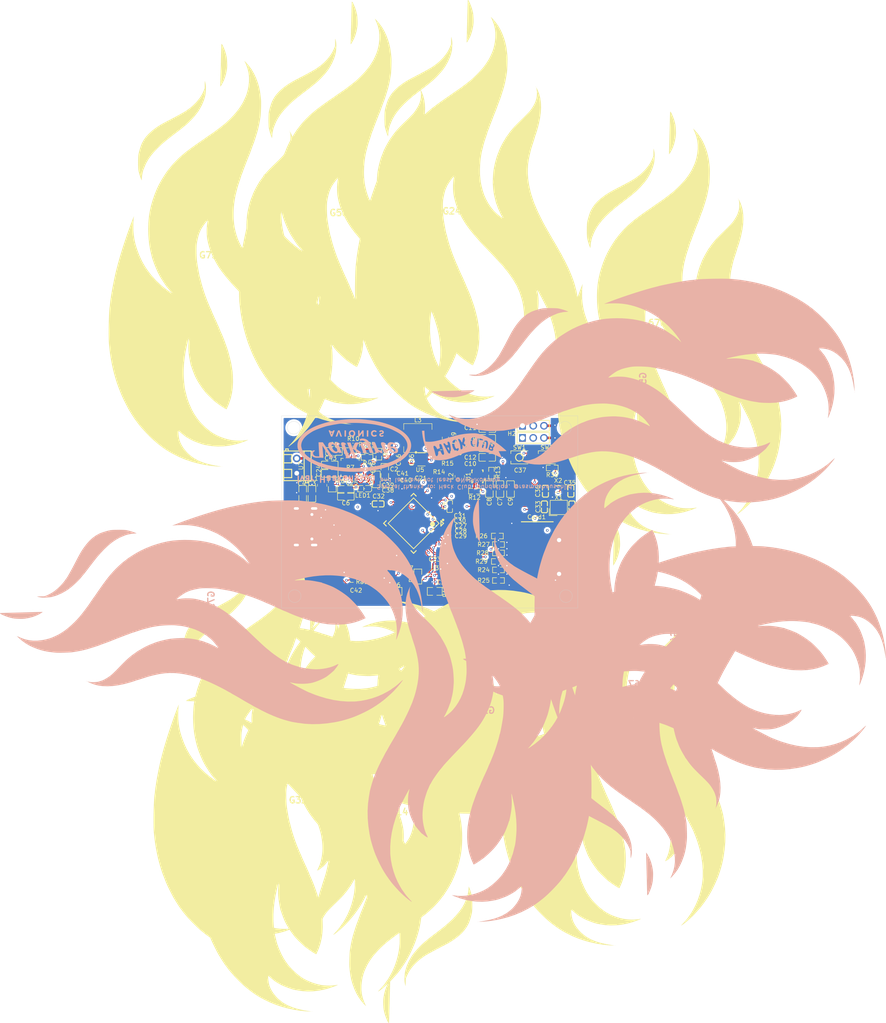
<source format=kicad_pcb>
(kicad_pcb (version 20241229) (generator "pcbnew") (generator_version "9.0")
  (layers (0 "F.Cu" signal) (4 "In1.Cu" signal) (6 "In2.Cu" signal) (2 "B.Cu" signal) (13 "F.Paste" user) (15 "B.Paste" user) (5 "F.SilkS" user "F.Silkscreen") (7 "B.SilkS" user "B.Silkscreen") (1 "F.Mask" user) (3 "B.Mask" user) (25 "Edge.Cuts" user))
  (net 0 "")
  (net 1 "GND")
  (net 2 "VBUS")
  (net 3 "VSYS")
  (net 4 "+BATT")
  (net 5 "Net-(U1-Vaux)")
  (net 6 "+5V")
  (net 7 "Net-(U1-L2)")
  (net 8 "Net-(USB1-CC2)")
  (net 9 "Net-(USB1-CC1)")
  (net 10 "/BQ_INT")
  (net 11 "+3.3V")
  (net 12 "Net-(U1-EN)")
  (net 13 "Net-(U1-PG)")
  (net 14 "Net-(U9-GND)")
  (net 15 "Net-(U9-AP_CS)")
  (net 22 "Net-(U2-PMID)")
  (net 23 "Net-(C25-Pad2)")
  (net 24 "Net-(U2-BTST)")
  (net 25 "/REGN")
  (net 26 "Net-(U2-TS)")
  (net 27 "Net-(U2-~{QON})")
  (net 28 "Net-(U2-ILIM)")
  (net 29 "/BQ_CE")
  (net 31 "Net-(U5-SW)")
  (net 32 "Net-(U5-FB)")
  (net 33 "Net-(C18-Pad1)")
  (net 34 "Net-(U5-CB)")
  (net 35 "Net-(U1-L1)")
  (net 36 "/SDA")
  (net 66 "/<NO NET>")
  (net 68 "/DP")
  (net 70 "/SCL")
  (net 71 "/SD_CMD")
  (net 72 "/SD_DAT1")
  (net 73 "/SD_CLK")
  (net 74 "/SD_CD")
  (net 75 "/SD_DAT2")
  (net 76 "/SD_DAT0")
  (net 77 "/SD_DAT3")
  (net 78 "Net-(U6-VCAP_1)")
  (net 79 "/HSE_OUT")
  (net 80 "/HSE_IN")
  (net 81 "/LSE_OUT")
  (net 82 "/LSE_IN")
  (net 83 "/RESET")
  (net 84 "/SERVO1")
  (net 85 "/SERVO2")
  (net 86 "Net-(U6-VDDA)")
  (net 87 "Net-(LED1-+)")
  (net 88 "Net-(LED1--)")
  (net 89 "/BOOT")
  (net 90 "/ICM_INT")
  (net 91 "/BMP_INT")
  (net 92 "/SD_CS")
  (footprint "Capacitor_SMD:C_0201_0603Metric" (layer "F.Cu") (at 68.2 85.7699)
    (property "Reference" "C23")
    (property "Value" "CL10A105KB8NNNC")
  )
  (footprint "Capacitor_SMD:C_0201_0603Metric" (layer "F.Cu") (at 72.1905 76.4038 180)
    (property "Reference" "C27")
    (property "Value" "CL10A105KB8NNNC")
  )
  (footprint "Capacitor_SMD:C_0402_1005Metric" (layer "F.Cu") (at 48.88 57.6 180)
    (property "Reference" "R10")
    (property "Value" "383")
  )
  (footprint "easyeda2kicad:C0603" (layer "F.Cu") (at 94.1 72.3 -90)
    (property "Reference" "C34")
    (property "Value" "CL10C200JB8NNNC")
  )
  (footprint "easyeda2kicad:LGA-10_L2.0-W2.0-P0.50-TL_BMP581" (layer "F.Cu") (at 58.2 88.7699)
    (property "Reference" "U8")
    (property "Value" "BMP581")
  )
  (footprint "Inductor_SMD:L_1008_2520Metric" (layer "F.Cu") (at 41.6 67.2 90)
    (property "Reference" "L1")
    (property "Value" "1.5uH")
  )
  (footprint "easyeda2kicad:C0603" (layer "F.Cu") (at 100.6 72.3 90)
    (property "Reference" "C33")
    (property "Value" "CL10C200JB8NNNC")
  )
  (footprint "easyeda2kicad:C0805" (layer "F.Cu") (at 54.4 65.8 90)
    (property "Reference" "C1")
    (property "Value" "CL21A106KAYNNNE")
  )
  (footprint "Capacitor_SMD:C_0201_0603Metric" (layer "F.Cu") (at 59.2155 68.0038 180)
    (property "Reference" "C38")
    (property "Value" "CL10A105KB8NNNC")
  )
  (footprint "Capacitor_SMD:C_0201_0603Metric" (layer "F.Cu") (at 72.1905 78.4038 180)
    (property "Reference" "C29")
    (property "Value" "CL10A105KB8NNNC")
  )
  (footprint "Capacitor_SMD:C_0201_0603Metric" (layer "F.Cu") (at 59.2097 67.0585 180)
    (property "Reference" "C39")
    (property "Value" "CL10A105KB8NNNC")
  )
  (footprint "easyeda2kicad:C0805" (layer "F.Cu") (at 80.6208 58.3364)
    (property "Reference" "C13")
    (property "Value" "CL21A226MAYNNNE")
  )
  (footprint "easyeda2kicad:R0603" (layer "F.Cu") (at 83.25 89.7)
    (property "Reference" "R25")
    (property "Value" "RC0603FR-0710KL")
  )
  (footprint "easyeda2kicad:VQFN-HR-15_L3.0-W2.5-P0.50-BL_TPS63070RNMR" (layer "F.Cu") (at 78.42 65.1 90)
    (property "Reference" "U1")
    (property "Value" "TPS63070RNMR")
  )
  (footprint "easyeda2kicad:C0805" (layer "F.Cu") (at 80.6 60.6)
    (property "Reference" "C12")
    (property "Value" "CL21A226MAYNNNE")
  )
  (footprint "easyeda2kicad:FC-135R_L3.2-W1.5" (layer "F.Cu") (at 97.35 68.1)
    (property "Reference" "X2")
    (property "Value" "Q13FC1350000400")
  )
  (footprint "Capacitor_SMD:C_0201_0603Metric" (layer "F.Cu") (at 72.1905 74.4038 180)
    (property "Reference" "C31")
    (property "Value" "CL10A105KB8NNNC")
  )
  (footprint "Capacitor_SMD:C_0201_0603Metric" (layer "F.Cu") (at 71.2 88.4499 90)
    (property "Reference" "C22")
    (property "Value" "CL10A105KB8NNNC")
  )
  (footprint "Capacitor_SMD:C_0201_0603Metric" (layer "F.Cu") (at 72.1905 75.4038 180)
    (property "Reference" "C30")
    (property "Value" "CL10A105KB8NNNC")
  )
  (footprint "easyeda2kicad:C0603" (layer "F.Cu") (at 54.8355 71.6038)
    (property "Reference" "C32")
    (property "Value" "CL10A225KO8NNNC")
  )
  (footprint "LOGO" (layer "F.Cu") (at 59.4 118.4 90)
    (property "Reference" "G42414")
    (property "Value" "LOGO" (hide yes))
  )
  (footprint "easyeda2kicad:C0805" (layer "F.Cu") (at 81.1 68.1 90)
    (property "Reference" "C8")
    (property "Value" "CL21A106KAYNNNE")
  )
  (footprint "easyeda2kicad:R0805" (layer "F.Cu") (at 58.7 92.2699)
    (property "Reference" "R16")
    (property "Value" "0805W8F2201T5E")
  )
  (footprint "easyeda2kicad:TF-SMD_TF-01A" (layer "F.Cu") (at 92 83.2 90)
    (property "Reference" "Card1")
    (property "Value" "TF-01A")
  )
  (footprint "easyeda2kicad:LGA-10_L2.0-W2.0-P0.50-TL_BMP581" (layer "F.Cu") (at 68.2 88.4899)
    (property "Reference" "U3")
    (property "Value" "BMP581")
  )
  (footprint "easyeda2kicad:R0603" (layer "F.Cu") (at 83.25 83.2)
    (property "Reference" "R28")
    (property "Value" "RC0603FR-0710KL")
  )
  (footprint "Resistor_SMD:R_0201_0603Metric" (layer "F.Cu") (at 68.7125 62.0375)
    (property "Reference" "R15")
    (property "Value" "22K")
  )
  (footprint "easyeda2kicad:LGA-14_L3.0-W2.5-P0.50-TL" (layer "F.Cu") (at 49.8 88.8)
    (property "Reference" "U9")
    (property "Value" "ICM-42688-P")
  )
  (footprint "easyeda2kicad:C0805" (layer "F.Cu") (at 80.6 56.1)
    (property "Reference" "C14")
    (property "Value" "CL21A226MAYNNNE")
  )
  (footprint "easyeda2kicad:R0805" (layer "F.Cu") (at 64.2 88.7699 90)
    (property "Reference" "R17")
    (property "Value" "0805W8F2201T5E")
  )
  (footprint "easyeda2kicad:USB-C-SMD_TYPE-C-6PIN-2MD-073" (layer "F.Cu") (at 37.8825 77 -90)
    (property "Reference" "USB1")
    (property "Value" "TYPE-C 16PIN 2MD(073)")
  )
  (footprint "easyeda2kicad:R0805" (layer "F.Cu") (at 51 86 180)
    (property "Reference" "R31")
    (property "Value" "0805W8F2201T5E")
  )
  (footprint "Capacitor_SMD:C_0201_0603Metric" (layer "F.Cu") (at 72.1905 77.4038 180)
    (property "Reference" "C28")
    (property "Value" "CL10A105KB8NNNC")
  )
  (footprint "easyeda2kicad:C0805" (layer "F.Cu") (at 43.4 64.4 180)
    (property "Reference" "C24")
    (property "Value" "CL21A106KAYNNNE")
  )
  (footprint "easyeda2kicad:R0805" (layer "F.Cu") (at 44 67 -90)
    (property "Reference" "R6")
    (property "Value" "0805W8F2201T5E")
  )
  (footprint "Capacitor_SMD:C_0201_0603Metric" (layer "F.Cu") (at 49.6 91 180)
    (property "Reference" "C42")
    (property "Value" "CL10A105KB8NNNC")
  )
  (footprint "easyeda2kicad:CONN-TH_DB301V-3.5-2P-GN" (layer "F.Cu") (at 35.6 62.6 -90)
    (property "Reference" "U7")
    (property "Value" "DB301V-3.5-2P-GN")
  )
  (footprint "easyeda2kicad:C0805" (layer "F.Cu") (at 83.6 68.1 90)
    (property "Reference" "C7")
    (property "Value" "CL21A106KAYNNNE")
  )
  (footprint "easyeda2kicad:R0603" (layer "F.Cu") (at 95.95 63.1)
    (property "Reference" "R30")
    (property "Value" "RC0603FR-0710KL")
  )
  (footprint "easyeda2kicad:R0603" (layer "F.Cu") (at 83 85.2)
    (property "Reference" "R29")
    (property "Value" "RC0603FR-0710KL")
  )
  (footprint "easyeda2kicad:R0603" (layer "F.Cu") (at 81.6 64.35 90)
    (property "Reference" "R13")
    (property "Value" "RC0603FR-0710KL")
  )
  (footprint "Capacitor_SMD:C_0201_0603Metric" (layer "F.Cu") (at 78.92 62.6)
    (property "Reference" "C10")
    (property "Value" "CL10A105KB8NNNC")
  )
  (footprint "LOGO" (layer "F.Cu") (at 38.8 141.6)
    (property "Reference" "G321213")
    (property "Value" "LOGO" (hide yes))
  )
  (footprint "easyeda2kicad:R0805" (layer "F.Cu") (at 46.8 86)
    (property "Reference" "R32")
    (property "Value" "0805W8F2201T5E")
  )
  (footprint "easyeda2kicad:HDR-TH_3P-P2.54-V-M-1" (layer "F.Cu") (at 91.4663 53.1321)
    (property "Reference" "H1")
    (property "Value" "HX PH254-01-03-Z-L11.5 PCB PIN HEADER")
  )
  (footprint "Inductor_SMD:L_1008_2520Metric" (layer "F.Cu") (at 74.1 65.1 90)
    (property "Reference" "L2")
    (property "Value" "1.5uH")
  )
  (footprint "LOGO" (layer "F.Cu") (at 28.2 128.2)
    (property "Reference" "G112323")
    (property "Value" "LOGO" (hide yes))
  )
  (footprint "easyeda2kicad:R0805" (layer "F.Cu") (at 54.7 88.7699 90)
    (property "Reference" "R19")
    (property "Value" "0805W8F2201T5E")
  )
  (footprint "easyeda2kicad:R0603" (layer "F.Cu") (at 48.25 59 180)
    (property "Reference" "R7")
    (property "Value" "RC0603FR-0710KL")
  )
  (footprint "Inductor_SMD:L_Changjiang_FXL0630" (layer "F.Cu") (at 64.2125 56.0375)
    (property "Reference" "L3")
    (property "Value" "5.6uH")
  )
  (footprint "easyeda2kicad:C0603" (layer "F.Cu") (at 94.35 68.6 -90)
    (property "Reference" "C36")
    (property "Value" "0603CG6R8C500NT")
  )
  (footprint "easyeda2kicad:HDR-TH_3P-P2.54-V-M-1" (layer "F.Cu") (at 91.46 56)
    (property "Reference" "H2")
    (property "Value" "HX PH254-01-03-Z-L11.5 PCB PIN HEADER")
  )
  (footprint "easyeda2kicad:CRYSTAL-SMD_4P-L3.2-W2.5-BL" (layer "F.Cu") (at 97.5 72.45)
    (property "Reference" "X1")
    (property "Value" "X322525MOB4SI")
  )
  (footprint "easyeda2kicad:C0805" (layer "F.Cu") (at 39.2 69.2 -90)
    (property "Reference" "C3")
    (property "Value" "CL21A226MAYNNNE")
  )
  (footprint "easyeda2kicad:SW-SMD_L3.9-W3.0-P4.45" (layer "F.Cu") (at 88.2 60.6)
    (property "Reference" "SW1")
    (property "Value" "TS-1088-AR02016")
  )
  (footprint "LOGO" (layer "F.Cu") (at 17.6 12.8)
    (property "Reference" "G756657")
    (property "Value" "LOGO" (hide yes))
  )
  (footprint "easyeda2kicad:LQFP-64_L10.0-W10.0-P0.50-LS12.0-BL" (layer "F.Cu") (at 63.2 76.2 135)
    (property "Reference" "U6")
    (property "Value" "STM32F722RET6")
  )
  (footprint "Resistor_SMD:R_0201_0603Metric" (layer "F.Cu") (at 67.2125 63.8825 90)
    (property "Reference" "R14")
    (property "Value" "100K")
  )
  (footprint "Capacitor_SMD:C_0805_2012Metric" (layer "F.Cu") (at 69.7125 59.5375 180)
    (property "Reference" "C18")
    (property "Value" "CL21A226MAYNNNE")
  )
  (footprint "LOGO" (layer "F.Cu") (at 75.8 2.4)
    (property "Reference" "G2423423")
    (property "Value" "LOGO" (hide yes))
  )
  (footprint "easyeda2kicad:R0603" (layer "F.Cu") (at 55 59.85 90)
    (property "Reference" "R3")
    (property "Value" "RC0603FR-0710KL")
  )
  (footprint "Capacitor_SMD:C_0201_0603Metric" (layer "F.Cu") (at 61.2 88.2699 90)
    (property "Reference" "C17")
    (property "Value" "CL10A105KB8NNNC")
  )
  (footprint "Capacitor_SMD:C_0805_2012Metric" (layer "F.Cu") (at 70.7125 56.0375 90)
    (property "Reference" "C19")
    (property "Value" "CL21A226MAYNNNE")
  )
  (footprint "easyeda2kicad:R0603" (layer "F.Cu") (at 52.95 59)
    (property "Reference" "R5")
    (property "Value" "RC0603FR-0710KL")
  )
  (footprint "Capacitor_SMD:C_0201_0603Metric" (layer "F.Cu") (at 58.2 85.7699)
    (property "Reference" "C20")
    (property "Value" "CL10A105KB8NNNC")
  )
  (footprint "easyeda2kicad:R0603" (layer "F.Cu") (at 83.25 81.2)
    (property "Reference" "R27")
    (property "Value" "RC0603FR-0710KL")
  )
  (footprint "easyeda2kicad:C0805" (layer "F.Cu") (at 86.1 68.1 -90)
    (property "Reference" "C9")
    (property "Value" "CL21A106KAYNNNE")
  )
  (footprint "easyeda2kicad:LED0603-FD" (layer "F.Cu") (at 51.55 68)
    (property "Reference" "LED1")
    (property "Value" "YLED0603R")
  )
  (footprint "easyeda2kicad:SOT-23-6_L2.9-W1.6-P0.95-LS2.8-BL" (layer "F.Cu") (at 65.0625 61.0875 -90)
    (property "Reference" "U5")
    (property "Value" "LMR51430XDDCR")
  )
  (footprint "easyeda2kicad:C0805" (layer "F.Cu") (at 47.2 69.8 180)
    (property "Reference" "C6")
    (property "Value" "CL21A226MAYNNNE")
  )
  (footprint "easyeda2kicad:L0603" (layer "F.Cu") (at 71.7355 72.2038 -90)
    (property "Reference" "L4")
    (property "Value" "FCM1608KF-601T03")
  )
  (footprint "Resistor_SMD:R_0201_0603Metric" (layer "F.Cu") (at 50.6 59)
    (property "Reference" "R8")
    (property "Value" "100K")
  )
  (footprint "LOGO" (layer "F.Cu") (at 57.6 144.4 180)
    (property "Reference" "G12414")
    (property "Value" "LOGO" (hide yes))
  )
  (footprint "easyeda2kicad:C0805" (layer "F.Cu") (at 47.2 68.2 180)
    (property "Reference" "C25")
    (property "Value" "CL21A226MAYNNNE")
  )
  (footprint "easyeda2kicad:C0805" (layer "F.Cu") (at 37 69.2 -90)
    (property "Reference" "C4")
    (property "Value" "CL21A226MAYNNNE")
  )
  (footprint "easyeda2kicad:R0603" (layer "F.Cu") (at 77.6 68.6)
    (property "Reference" "R12")
    (property "Value" "RC0603FR-0710KL")
  )
  (footprint "easyeda2kicad:C0805" (layer "F.Cu") (at 43.4 62.4)
    (property "Reference" "C43")
    (property "Value" "CL21A106KAYNNNE")
  )
  (footprint "Capacitor_SMD:C_0201_0603Metric" (layer "F.Cu") (at 60.705 61.2143 90)
    (property "Reference" "C16")
    (property "Value" "CL10A105KB8NNNC")
  )
  (footprint "Capacitor_SMD:C_0201_0603Metric" (layer "F.Cu") (at 59.1905 66.2038 180)
    (property "Reference" "C40")
    (property "Value" "CL10A105KB8NNNC")
  )
  (footprint "easyeda2kicad:C0805" (layer "F.Cu") (at 56.4 64 90)
    (property "Reference" "C2")
    (property "Value" "CL21A106KAYNNNE")
  )
  (footprint "easyeda2kicad:SW-SMD_L3.9-W3.0-P4.45" (layer "F.Cu") (at 94.7 60.6)
    (property "Reference" "SW2")
    (property "Value" "TS-1088-AR02016")
  )
  (footprint "Capacitor_SMD:C_0201_0603Metric" (layer "F.Cu") (at 88.38 62.6 180)
    (property "Reference" "C37")
    (property "Value" "CL10A105KB8NNNC")
  )
  (footprint "Capacitor_SMD:C_0201_0603Metric" (layer "F.Cu") (at 64.8925 64.5375)
    (property "Reference" "C21")
    (property "Value" "CL10A105KB8NNNC")
  )
  (footprint "Capacitor_SMD:C_0201_0603Metric" (layer "F.Cu") (at 52.6 62.945 -90)
    (property "Reference" "C26")
    (property "Value" "CL10A105KB8NNNC")
  )
  (footprint "Capacitor_SMD:C_0201_0603Metric" (layer "F.Cu") (at 59.3355 65.4038 180)
    (property "Reference" "C41")
    (property "Value" "CL10A105KB8NNNC")
  )
  (footprint "easyeda2kicad:R0603" (layer "F.Cu") (at 83.25 87.2)
    (property "Reference" "R24")
    (property "Value" "RC0603FR-0710KL")
  )
  (footprint "LOGO" (layer "F.Cu") (at 48.4 2.8)
    (property "Reference" "G567567")
    (property "Value" "LOGO" (hide yes))
  )
  (footprint "easyeda2kicad:R0603" (layer "F.Cu") (at 52.2 60.6)
    (property "Reference" "R4")
    (property "Value" "RC0603FR-0710KL")
  )
  (footprint "LOGO" (layer "F.Cu") (at 110.4 126)
    (property "Reference" "G546546")
    (property "Value" "LOGO" (hide yes))
  )
  (footprint "easyeda2kicad:R0603" (layer "F.Cu") (at 83 79.2)
    (property "Reference" "R26")
    (property "Value" "RC0603FR-0710KL")
  )
  (footprint "easyeda2kicad:R0603" (layer "F.Cu") (at 42.3825 79 -90)
    (property "Reference" "R1")
    (property "Value" "FRC0603F5101TS")
  )
  (footprint "easyeda2kicad:R0805" (layer "F.Cu") (at 68.2 92.2699)
    (property "Reference" "R18")
    (property "Value" "0805W8F2201T5E")
  )
  (footprint "easyeda2kicad:R0603" (layer "F.Cu") (at 42.3825 75 90)
    (property "Reference" "R2")
    (property "Value" "FRC0603F5101TS")
  )
  (footprint "easyeda2kicad:C0603" (layer "F.Cu") (at 100.3495 68.5849 -90)
    (property "Reference" "C35")
    (property "Value" "0603CG6R8C500NT")
  )
  (footprint "LOGO" (layer "F.Cu") (at 123.6 28.8)
    (property "Reference" "6765765")
    (property "Value" "LOGO" (hide yes))
  )
  (footprint "easyeda2kicad:C0805" (layer "F.Cu") (at 80.6208 53.7697)
    (property "Reference" "C11")
    (property "Value" "CL21A106KAYNNNE")
  )
  (footprint "Capacitor_SMD:C_0201_0603Metric" (layer "F.Cu") (at 61.7125 61.2175 -90)
    (property "Reference" "C15")
    (property "Value" "CL10A105KB8NNNC")
  )
  (footprint "easyeda2kicad:C0805" (layer "F.Cu") (at 44.4 59.2)
    (property "Reference" "C5")
    (property "Value" "CL21A106KAYNNNE")
  )
  (footprint "easyeda2kicad:WQFN-24_L4.0-W4.0-P0.50-TL-EP2.7" (layer "F.Cu") (at 48.2 63 180)
    (property "Reference" "U2" (hide yes))
    (property "Value" "BQ25895MRTWR")
  )
  (footprint "LOGO" (layer "B.Cu") (at 15.4 97.2 -90)
    (property "Reference" "G757657")
    (property "Value" "LOGO" (hide yes))
  )
  (footprint "LOGO" (layer "B.Cu") (at 118.2 114.2)
    (property "Reference" "G67567")
    (property "Value" "LOGO" (hide yes))
  )
  (footprint "LOGO" (layer "B.Cu") (at 117.4 44.8 -90)
    (property "Reference" "G54353")
    (property "Value" "LOGO" (hide yes))
  )
  (footprint "LOGO" (layer "B.Cu") (at 124.8 108 -90)
    (property "Reference" "G45345435")
    (property "Value" "LOGO" (hide yes))
  )
  (footprint "LOGO" (layer "B.Cu") (at 75.2 57.8)
    (property "Reference" "G0202002" (hide yes))
    (property "Value" "LOGO" (hide yes))
  )
  (footprint "LOGO" (layer "B.Cu") (at 50.025173 56.914766)
    (property "Reference" "G424124" (hide yes))
    (property "Value" "LOGO" (hide yes))
  )
  (footprint "LOGO" (layer "B.Cu") (at 78.8 120.4 180)
    (property "Reference" "G1313")
    (property "Value" "LOGO" (hide yes))
  )
  (gr_circle (center 34.9 53.6) (end 36.4 53.6) (stroke (width 0.05)) (fill no) (layer "Edge.Cuts"))
  (gr_circle (center 99.2 93.4) (end 100.7 93.4) (stroke (width 0.05)) (fill no) (layer "Edge.Cuts"))
  (gr_circle (center 99 53.6) (end 100.5 53.6) (stroke (width 0.05)) (fill no) (layer "Edge.Cuts"))
  (gr_circle (center 35.1 93.4) (end 36.6 93.4) (stroke (width 0.05)) (fill no) (layer "Edge.Cuts"))
  (gr_rect (start 32 50.8) (end 102 96.2) (stroke (width 0.05)) (fill no) (layer "Edge.Cuts"))
  (gr_text "Ivar Haakansson" (at 35.4 64.8 180) (layer "B.SilkS") (effects (font (size 1.5 1.5) (thickness 0.3) (bold yes)) (justify left bottom mirror)))
  (gr_text "Special thanks to: Hack Club foundation, @rasmushauschild,\n and last but not least @NotARoomba" (at 54.4 65.4 180) (layer "B.SilkS") (effects (font (size 1 1)) (justify left bottom mirror)))
  (segment (start 86.48 76.28) (end 86.4 76.2) (width 0.2) (layer "F.Cu") (net 1))
  (segment (start 78.6512 52.8) (end 79.6208 53.7697) (width 0.2) (layer "F.Cu") (net 1))
  (segment (start 88.06 62.6) (end 88.06 63.5837) (width 0.2) (layer "F.Cu") (net 1))
  (segment (start 95.2 63.1) (end 93.9 63.1) (width 0.2) (layer "F.Cu") (net 1))
  (segment (start 78.7159 64.3017) (end 78.7642 64.35) (width 0.2) (layer "F.Cu") (net 1))
  (segment (start 86.1 67.1) (end 83.6 67.1) (width 0.6) (layer "F.Cu") (net 1))
  (segment (start 96.6 56) (end 94 56) (width 0.6) (layer "F.Cu") (net 1))
  (segment (start 73.2657 77.4038) (end 72.5105 77.4038) (width 0.2) (layer "F.Cu") (net 1))
  (segment (start 73.3454 73.5689) (end 74.099 73.5689) (width 0.2) (layer "F.Cu") (net 1))
  (segment (start 35.5025 72.68) (end 39.7125 72.68) (width 0.2) (layer "F.Cu") (net 1))
  (segment (start 60.2764 65.4038) (end 59.6555 65.4038) (width 0.2) (layer "F.Cu") (net 1))
  (segment (start 88.06 62.6) (end 88.02 62.6) (width 0.2) (layer "F.Cu") (net 1))
  (segment (start 63.1827 60.1375) (end 62.8589 60.4613) (width 0.2) (layer "F.Cu") (net 1))
  (segment (start 53.2 62.4) (end 53.1163 62.4837) (width 0.2) (layer "F.Cu") (net 1))
  (segment (start 68.5865 76.7801) (end 68.5865 76.9903) (width 0.2) (layer "F.Cu") (net 1))
  (segment (start 79.6 58.35) (end 79.6072 58.35) (width 0.2) (layer "F.Cu") (net 1))
  (segment (start 39.2 66.99) (end 39.2 68.2) (width 0.2) (layer "F.Cu") (net 1))
  (segment (start 81.1 67.1) (end 79.54 67.1) (width 0.4) (layer "F.Cu") (net 1))
  (segment (start 55.3767 66.8) (end 55.6131 66.5636) (width 0.2) (layer "F.Cu") (net 1))
  (segment (start 49.3534 59) (end 49.36 58.9934) (width 0.2) (layer "F.Cu") (net 1))
  (segment (start 87.57 76.28) (end 86.48 76.28) (width 0.2) (layer "F.Cu") (net 1))
  (segment (start 74.1805 75.371) (end 73.2109 75.371) (width 0.2) (layer "F.Cu") (net 1))
  (segment (start 96.4 71.6) (end 96.4 70.4) (width 0.2) (layer "F.Cu") (net 1))
  (segment (start 78.49 64.3017) (end 78.7159 64.3017) (width 0.2) (layer "F.Cu") (net 1))
  (segment (start 58.52 85.7699) (end 58.52 87) (width 0.2) (layer "F.Cu") (net 1))
  (segment (start 67.1586 70.186) (end 66.9489 69.9762) (width 0.2) (layer "F.Cu") (net 1))
  (segment (start 58.52 87) (end 58.52 87.8099) (width 0.2) (layer "F.Cu") (net 1))
  (segment (start 78.7642 64.5881) (end 78.2523 65.1) (width 0.2) (layer "F.Cu") (net 1))
  (segment (start 79.54 67.1) (end 78.99 66.55) (width 0.25) (layer "F.Cu") (net 1))
  (segment (start 96.719 90.399) (end 96.719 89.63) (width 0.2) (layer "F.Cu") (net 1))
  (segment (start 40.6 64.6) (end 35.85 64.6) (width 0.6) (layer "F.Cu") (net 1))
  (segment (start 88.02 62.6) (end 86.02 60.6) (width 0.2) (layer "F.Cu") (net 1))
  (segment (start 45.4433 64.25) (end 45.4433 63.75) (width 0.2) (layer "F.Cu") (net 1))
  (segment (start 87.671 76.381) (end 87.671 87.061) (width 0.2) (layer "F.Cu") (net 1))
  (segment (start 62.1307 70.5345) (end 61.4322 69.836) (width 0.2) (layer "F.Cu") (net 1))
  (segment (start 91.5679 67.0916) (end 92.0657 67.0916) (width 0.2) (layer "F.Cu") (net 1))
  (segment (start 40.8125 81.32) (end 39.7125 81.32) (width 0.4) (layer "F.Cu") (net 1))
  (segment (start 78.6 62.6) (end 78.49 62.71) (width 0.2) (layer "F.Cu") (net 1))
  (segment (start 57.7 90.0946) (end 57.7 89.5499) (width 0.2) (layer "F.Cu") (net 1))
  (segment (start 61.7093 60.8943) (end 61.7125 60.8975) (width 0.2) (layer "F.Cu") (net 1))
  (segment (start 68.52 85.7699) (end 68.52 87.5299) (width 0.2) (layer "F.Cu") (net 1))
  (segment (start 92.0657 67.0916) (end 93.8 65.3573) (width 0.2) (layer "F.Cu") (net 1))
  (segment (start 94.35 69.3) (end 95.3 69.3) (width 0.2) (layer "F.Cu") (net 1))
  (segment (start 40.8125 72.68) (end 39.7125 72.68) (width 0.4) (layer "F.Cu") (net 1))
  (segment (start 60.1962 83.8) (end 61.4322 82.564) (width 0.2) (layer "F.Cu") (net 1))
  (segment (start 47.639 87.7907) (end 46.8035 87.7907) (width 0.2) (layer "F.Cu") (net 1))
  (segment (start 53.1163 62.4837) (end 53.1163 62.6) (width 0.2) (layer "F.Cu") (net 1))
  (segment (start 84.2 60.6) (end 86.02 60.6) (width 0.2) (layer "F.Cu") (net 1))
  (segment (start 83.6 67.1) (end 81.1 67.1) (width 0.6) (layer "F.Cu") (net 1))
  (segment (start 62.4725 60.1375) (end 63.1827 60.1375) (width 0.2) (layer "F.Cu") (net 1))
  (segment (start 58.52 85.7699) (end 58.52 84.48) (width 0.2) (layer "F.Cu") (net 1))
  (segment (start 93.8 65.3573) (end 93.8 63) (width 0.2) (layer "F.Cu") (net 1))
  (segment (start 72.8443 75.7376) (end 72.5105 75.4038) (width 0.2) (layer "F.Cu") (net 1))
  (segment (start 42.4 64.4) (end 40.8 64.4) (width 0.6) (layer "F.Cu") (net 1))
  (segment (start 53.1163 62.6) (end 52.8 62.6) (width 0.2) (layer "F.Cu") (net 1))
  (segment (start 55.6131 66.5636) (end 56.9514 66.5636) (width 0.2) (layer "F.Cu") (net 1))
  (segment (start 35.6 66.6) (end 35.5025 66.6975) (width 0.2) (layer "F.Cu") (net 1))
  (segment (start 66.0284 70.8967) (end 64.0538 72.8713) (width 0.2) (layer "F.Cu") (net 1))
  (segment (start 59.2 83.8) (end 60.1962 83.8) (width 0.2) (layer "F.Cu") (net 1))
  (segment (start 88.06 63.5837) (end 91.5679 67.0916) (width 0.2) (layer "F.Cu") (net 1))
  (segment (start 99.6344 70) (end 100.349 69.2849) (width 0.2) (layer "F.Cu") (net 1))
  (segment (start 60.9899 87.9899) (end 60 87) (width 0.2) (layer "F.Cu") (net 1))
  (segment (start 42.3825 79.75) (end 43.55 79.75) (width 0.4) (layer "F.Cu") (net 1))
  (segment (start 96.44 76.28) (end 96.719 76.001) (width 0.2) (layer "F.Cu") (net 1))
  (segment (start 96.4 70.4) (end 96 70) (width 0.2) (layer "F.Cu") (net 1))
  (segment (start 79.6 60.6) (end 78.6 61.6) (width 0.2) (layer "F.Cu") (net 1))
  (segment (start 49.7067 59) (end 49.7067 59.2254) (width 0.2) (layer "F.Cu") (net 1))
  (segment (start 41.9325 80.2) (end 40.8125 81.32) (width 0.4) (layer "F.Cu") (net 1))
  (segment (start 52.625 62.6) (end 52.6 62.625) (width 0.2) (layer "F.Cu") (net 1))
  (segment (start 45.4 57.5475) (end 45.4 59.2) (width 0.2) (layer "F.Cu") (net 1))
  (segment (start 84.8 65.9) (end 83.6 67.1) (width 0.2) (layer "F.Cu") (net 1))
  (segment (start 62.8589 60.4613) (end 62.8589 60.7158) (width 0.2) (layer "F.Cu") (net 1))
  (segment (start 46.17 64.25) (end 46.17 64.83) (width 0.2) (layer "F.Cu") (net 1))
  (segment (start 87.671 87.061) (end 87.671 90.859) (width 0.2) (layer "F.Cu") (net 1))
  (segment (start 96.719 89.63) (end 96.719 76.001) (width 0.2) (layer "F.Cu") (net 1))
  (segment (start 71.2 88.1299) (end 70.78 87.7099) (width 0.2) (layer "F.Cu") (net 1))
  (segment (start 67.575 90.0224) (end 67.7 89.8974) (width 0.2) (layer "F.Cu") (net 1))
  (segment (start 61.16 87.9899) (end 60.9899 87.9899) (width 0.2) (layer "F.Cu") (net 1))
  (segment (start 98.6 73.3) (end 100.3 73.3) (width 0.2) (layer "F.Cu") (net 1))
  (segment (start 67.7 89.8974) (end 67.7 89.2699) (width 0.2) (layer "F.Cu") (net 1))
  (segment (start 85 65.4) (end 84.8 65.6) (width 0.2) (layer "F.Cu") (net 1))
  (segment (start 58.52 87.8099) (end 58.7 87.9899) (width 0.2) (layer "F.Cu") (net 1))
  (segment (start 68.52 87.5299) (end 68.7 87.7099) (width 0.2) (layer "F.Cu") (net 1))
  (segment (start 63.1827 60.1375) (end 63.9125 60.1375) (width 0.2) (layer "F.Cu") (net 1))
  (segment (start 56.4 65) (end 57.3767 65) (width 0.2) (layer "F.Cu") (net 1))
  (segment (start 47.8983 88.05) (end 47.639 87.7907) (width 0.2) (layer "F.Cu") (net 1))
  (segment (start 79.6 53.7905) (end 79.6208 53.7697) (width 0.2) (layer "F.Cu") (net 1))
  (segment (start 78.2 52.8) (end 78.6512 52.8) (width 0.2) (layer "F.Cu") (net 1))
  (segment (start 57.3767 65.3335) (end 57.65 65.6068) (width 0.2) (layer "F.Cu") (net 1))
  (segment (start 49 59) (end 49.3534 59) (width 0.2) (layer "F.Cu") (net 1))
  (segment (start 40.8 64.4) (end 40.6 64.6) (width 0.6) (layer "F.Cu") (net 1))
  (segment (start 37 68.2) (end 36.0233 68.2) (width 0.2) (layer "F.Cu") (net 1))
  (segment (start 72.5105 77.4038) (end 72.5105 78.4038) (width 0.2) (layer "F.Cu") (net 1))
  (segment (start 73.2109 75.371) (end 72.8443 75.7376) (width 0.2) (layer "F.Cu") (net 1))
  (segment (start 42.4 64.4) (end 42.4 62.8) (width 0.6) (layer "F.Cu") (net 1))
  (segment (start 43.55 79.75) (end 43.8 80) (width 0.4) (layer "F.Cu") (net 1))
  (segment (start 85.96 90.96) (end 85.8 90.8) (width 0.2) (layer "F.Cu") (net 1))
  (segment (start 42.4 74.2325) (end 42.3825 74.25) (width 0.2) (layer "F.Cu") (net 1))
  (segment (start 68.5865 76.9903) (end 69.564 77.9678) (width 0.2) (layer "F.Cu") (net 1))
  (segment (start 55.6038 73.2) (end 56.836 74.4322) (width 0.2) (layer "F.Cu") (net 1))
  (segment (start 64.0538 72.8713) (end 62.5267 72.8713) (width 0.2) (layer "F.Cu") (net 1))
  (segment (start 70.78 87.7099) (end 68.7 87.7099) (width 0.2) (layer "F.Cu") (net 1))
  (segment (start 59.7862 66.4795) (end 59.5105 66.2038) (width 0.2) (layer "F.Cu") (net 1))
  (segment (start 45.4433 63.75) (end 46.17 63.75) (width 0.2) (layer "F.Cu") (net 1))
  (segment (start 60.458 68.8618) (end 61.4322 69.836) (width 0.2) (layer "F.Cu") (net 1))
  (segment (start 69.6 87) (end 69.4099 87) (width 0.2) (layer "F.Cu") (net 1))
  (segment (start 49.3534 59) (end 49.7067 59) (width 0.2) (layer "F.Cu") (net 1))
  (segment (start 49.7067 59.2254) (end 49.9834 59.5021) (width 0.2) (layer "F.Cu") (net 1))
  (segment (start 87.57 76.28) (end 87.671 76.381) (width 0.2) (layer "F.Cu") (net 1))
  (segment (start 86.72 86.46) (end 87.07 86.46) (width 0.2) (layer "F.Cu") (net 1))
  (segment (start 59.7862 66.802) (end 59.7862 66.4795) (width 0.2) (layer "F.Cu") (net 1))
  (segment (start 87.57 76.28) (end 96.44 76.28) (width 0.2) (layer "F.Cu") (net 1))
  (segment (start 96 70) (end 99.6344 70) (width 0.2) (layer "F.Cu") (net 1))
  (segment (start 66.9489 69.9762) (end 66.0284 70.8967) (width 0.2) (layer "F.Cu") (net 1))
  (segment (start 87.671 90.859) (end 87.57 90.96) (width 0.2) (layer "F.Cu") (net 1))
  (segment (start 62.1307 72.4754) (end 62.1307 70.5345) (width 0.2) (layer "F.Cu") (net 1))
  (segment (start 62.0469 66.802) (end 62.393 67.1481) (width 0.2) (layer "F.Cu") (net 1))
  (segment (start 87.8 62.6) (end 85 65.4) (width 0.2) (layer "F.Cu") (net 1))
  (segment (start 62.5267 72.8713) (end 62.1307 72.4754) (width 0.2) (layer "F.Cu") (net 1))
  (segment (start 97.28 90.96) (end 96.719 90.399) (width 0.2) (layer "F.Cu") (net 1))
  (segment (start 78.7642 64.35) (end 78.7642 64.5881) (width 0.2) (layer "F.Cu") (net 1))
  (segment (start 53.0884 71.6038) (end 53.0553 71.5707) (width 0.2) (layer "F.Cu") (net 1))
  (segment (start 96.6 53) (end 96.4679 53.1321) (width 0.2) (layer "F.Cu") (net 1))
  (segment (start 35.6 66.6) (end 35.6 64.35) (width 0.2) (layer "F.Cu") (net 1))
  (segment (start 94.1 71.6) (end 96.4 71.6) (width 0.2) (layer "F.Cu") (net 1))
  (segment (start 41.9325 80.2) (end 40.2625 80.2) (width 0.4) (layer "F.Cu") (net 1))
  (segment (start 87.57 90.96) (end 85.96 90.96) (width 0.2) (layer "F.Cu") (net 1))
  (segment (start 95.3 69.3) (end 96 70) (width 0.2) (layer "F.Cu") (net 1))
  (segment (start 35.85 64.6) (end 35.6 64.35) (width 0.6) (layer "F.Cu") (net 1))
  (segment (start 46.17 64.83) (end 46 65) (width 0.2) (layer "F.Cu") (net 1))
  (segment (start 59.7862 66.802) (end 62.0469 66.802) (width 0.2) (layer "F.Cu") (net 1))
  (segment (start 60 87) (end 58.52 87) (width 0.2) (layer "F.Cu") (net 1))
  (segment (start 67.4551 70.186) (end 67.1586 70.186) (width 0.2) (layer "F.Cu") (net 1))
  (segment (start 78.49 62.71) (end 78.49 63.65) (width 0.2) (layer "F.Cu") (net 1))
  (segment (start 72.8443 75.7376) (end 72.8443 76.07) (width 0.2) (layer "F.Cu") (net 1))
  (segment (start 69.4099 87) (end 68.7 87.7099) (width 0.2) (layer "F.Cu") (net 1))
  (segment (start 57.3767 65) (end 57.3767 65.3335) (width 0.2) (layer "F.Cu") (net 1))
  (segment (start 59.7862 66.802) (end 59.5297 67.0585) (width 0.2) (layer "F.Cu") (net 1))
  (segment (start 49.9834 59.5021) (end 51.2166 59.5021) (width 0.2) (layer "F.Cu") (net 1))
  (segment (start 57.5691 90.2255) (end 57.7 90.0946) (width 0.2) (layer "F.Cu") (net 1))
  (segment (start 83.6 67.1) (end 81.1 67.1) (width 0.2) (layer "F.Cu") (net 1))
  (segment (start 51.4521 57.6815) (end 51.3929 57.6223) (width 0.2) (layer "F.Cu") (net 1))
  (segment (start 54.1355 71.6038) (end 53.0884 71.6038) (width 0.2) (layer "F.Cu") (net 1))
  (segment (start 48.54 88.05) (end 47.8983 88.05) (width 0.2) (layer "F.Cu") (net 1))
  (segment (start 60.4266 68.0038) (end 60.458 68.0352) (width 0.2) (layer "F.Cu") (net 1))
  (segment (start 61.7125 60.8975) (end 62.4725 60.1375) (width 0.2) (layer "F.Cu") (net 1))
  (segment (start 79.6 56.1) (end 79.6 53.7905) (width 0.2) (layer "F.Cu") (net 1))
  (segment (start 93.9 63.1) (end 93.8 63) (width 0.2) (layer "F.Cu") (net 1))
  (segment (start 58.52 84.48) (end 59.2 83.8) (width 0.2) (layer "F.Cu") (net 1))
  (segment (start 52.8 62.6) (end 52.625 62.6) (width 0.2) (layer "F.Cu") (net 1))
  (segment (start 72.8443 76.07) (end 72.5105 76.4038) (width 0.2) (layer "F.Cu") (net 1))
  (segment (start 96.719 76.001) (end 97.28 75.44) (width 0.2) (layer "F.Cu") (net 1))
  (segment (start 60.705 60.8943) (end 61.7093 60.8943) (width 0.2) (layer "F.Cu") (net 1))
  (segment (start 59.5355 68.0038) (end 60.4266 68.0038) (width 0.2) (layer "F.Cu") (net 1))
  (segment (start 68.7 87.7099) (end 68.2 87.7099) (width 0.2) (layer "F.Cu") (net 1))
  (segment (start 61.2 87.9499) (end 61.16 87.9899) (width 0.2) (layer "F.Cu") (net 1))
  (segment (start 98.6 74.12) (end 97.28 75.44) (width 0.2) (layer "F.Cu") (net 1))
  (segment (start 36.0233 68.5017) (end 35.575 68.95) (width 0.2) (layer "F.Cu") (net 1))
  (segment (start 78.2523 65.1) (end 77.6 65.1) (width 0.2) (layer "F.Cu") (net 1))
  (segment (start 54.8 73.2) (end 55.6038 73.2) (width 0.2) (layer "F.Cu") (net 1))
  (segment (start 35.5025 66.6975) (end 35.5025 72.68) (width 0.2) (layer "F.Cu") (net 1))
  (segment (start 84.8 65.6) (end 84.8 65.9) (width 0.2) (layer "F.Cu") (net 1))
  (segment (start 79.6072 58.35) (end 79.6208 58.3364) (width 0.2) (layer "F.Cu") (net 1))
  (segment (start 78.7642 64.35) (end 79.44 64.35) (width 0.2) (layer "F.Cu") (net 1))
  (segment (start 36.0233 68.2) (end 36.0233 68.5017) (width 0.2) (layer "F.Cu") (net 1))
  (segment (start 58.7 87.9899) (end 58.2 87.9899) (width 0.2) (layer "F.Cu") (net 1))
  (segment (start 100.3 73.3) (end 100.6 73) (width 0.2) (layer "F.Cu") (net 1))
  (segment (start 51.4521 59.2666) (end 51.4521 57.6815) (width 0.2) (layer "F.Cu") (net 1))
  (segment (start 60.5168 65.6442) (end 60.2764 65.4038) (width 0.2) (layer "F.Cu") (net 1))
  (segment (start 46.17 64.25) (end 45.4433 64.25) (width 0.2) (layer "F.Cu") (net 1))
  (segment (start 51.2166 59.5021) (end 51.4521 59.2666) (width 0.2) (layer "F.Cu") (net 1))
  (segment (start 49.36 58.9934) (end 49.36 57.6) (width 0.2) (layer "F.Cu") (net 1))
  (segment (start 60.458 68.0352) (end 60.458 68.8618) (width 0.2) (layer "F.Cu") (net 1))
  (segment (start 78.49 63.65) (end 78.49 64.3017) (width 0.2) (layer "F.Cu") (net 1))
  (segment (start 98.6 73.3) (end 98.6 74.12) (width 0.2) (layer "F.Cu") (net 1))
  (segment (start 88.06 62.6) (end 87.8 62.6) (width 0.2) (layer "F.Cu") (net 1))
  (segment (start 41.9325 73.8) (end 40.2625 73.8) (width 0.4) (layer "F.Cu") (net 1))
  (segment (start 41.9325 73.8) (end 40.8125 72.68) (width 0.4) (layer "F.Cu") (net 1))
  (segment (start 45.315 57.4625) (end 45.4 57.5475) (width 0.2) (layer "F.Cu") (net 1))
  (segment (start 42.3825 79.75) (end 41.9325 80.2) (width 0.4) (layer "F.Cu") (net 1))
  (segment (start 79.6 58.35) (end 79.6 56.1) (width 0.2) (layer "F.Cu") (net 1))
  (segment (start 42.4 73) (end 42.4 74.2325) (width 0.2) (layer "F.Cu") (net 1))
  (segment (start 54.4 66.8) (end 55.3767 66.8) (width 0.2) (layer "F.Cu") (net 1))
  (segment (start 42.3825 74.25) (end 41.9325 73.8) (width 0.4) (layer "F.Cu") (net 1))
  (segment (start 96.4679 53.1321) (end 94.0063 53.1321) (width 0.6) (layer "F.Cu") (net 1))
  (segment (start 79.6 60.6) (end 79.6 58.35) (width 0.2) (layer "F.Cu") (net 1))
  (segment (start 87.07 86.46) (end 87.671 87.061) (width 0.2) (layer "F.Cu") (net 1))
  (segment (start 72.5105 74.4038) (end 73.3454 73.5689) (width 0.2) (layer "F.Cu") (net 1))
  (segment (start 78.6 61.6) (end 78.6 62.6) (width 0.2) (layer "F.Cu") (net 1))
  (segment (start 39.7125 81.32) (end 35.5025 81.32) (width 0.4) (layer "F.Cu") (net 1))
  (via (at 93.8 63) (size 0.6) (drill 0.3) (layers "F.Cu" "B.Cu") (net 1))
  (via (at 57.5691 90.2255) (size 0.6) (drill 0.3) (layers "F.Cu" "B.Cu") (net 1))
  (via (at 60.5168 65.6442) (size 0.6) (drill 0.3) (layers "F.Cu" "B.Cu") (net 1))
  (via (at 74.1805 75.371) (size 0.6) (drill 0.3) (layers "F.Cu" "B.Cu") (net 1))
  (via (at 39.2 66.99) (size 0.6) (drill 0.3) (layers "F.Cu" "B.Cu") (net 1))
  (via (at 74.099 73.5689) (size 0.6) (drill 0.3) (layers "F.Cu" "B.Cu") (net 1))
  (via (at 96.6 56) (size 1) (drill 0.3) (layers "F.Cu" "B.Cu") (net 1))
  (via (at 53.0553 71.5707) (size 0.6) (drill 0.3) (layers "F.Cu" "B.Cu") (net 1))
  (via (at 96.6 53) (size 1) (drill 0.3) (layers "F.Cu" "B.Cu") (net 1))
  (via (at 62.8589 60.7158) (size 0.6) (drill 0.3) (layers "F.Cu" "B.Cu") (net 1))
  (via (at 84.2 60.6) (size 0.6) (drill 0.3) (layers "F.Cu" "B.Cu") (net 1))
  (via (at 69.6 87) (size 0.6) (drill 0.3) (layers "F.Cu" "B.Cu") (net 1))
  (via (at 43.8 80) (size 0.6) (drill 0.3) (layers "F.Cu" "B.Cu") (net 1))
  (via (at 96 70) (size 0.6) (drill 0.3) (layers "F.Cu" "B.Cu") (net 1))
  (via (at 78.2 52.8) (size 0.6) (drill 0.3) (layers "F.Cu" "B.Cu") (net 1))
  (via (at 46.8035 87.7907) (size 0.6) (drill 0.3) (layers "F.Cu" "B.Cu") (net 1))
  (via (at 57.65 65.6068) (size 0.6) (drill 0.3) (layers "F.Cu" "B.Cu") (net 1))
  (via (at 67.575 90.0224) (size 0.6) (drill 0.3) (layers "F.Cu" "B.Cu") (net 1))
  (via (at 59.2 83.8) (size 0.6) (drill 0.3) (layers "F.Cu" "B.Cu") (net 1))
  (via (at 56.9514 66.5636) (size 0.6) (drill 0.3) (layers "F.Cu" "B.Cu") (net 1))
  (via (at 85.8 90.8) (size 0.6) (drill 0.3) (layers "F.Cu" "B.Cu") (net 1))
  (via (at 54.8 73.2) (size 0.6) (drill 0.3) (layers "F.Cu" "B.Cu") (net 1))
  (via (at 85 65.4) (size 0.6) (drill 0.3) (layers "F.Cu" "B.Cu") (net 1))
  (via (at 46 65) (size 0.6) (drill 0.3) (layers "F.Cu" "B.Cu") (net 1))
  (via (at 60.458 68.0352) (size 0.6) (drill 0.3) (layers "F.Cu" "B.Cu") (net 1))
  (via (at 96.719 89.63) (size 0.6) (drill 0.3) (layers "F.Cu" "B.Cu") (net 1))
  (via (at 53.2 62.4) (size 0.6) (drill 0.3) (layers "F.Cu" "B.Cu") (net 1))
  (via (at 86.4 76.2) (size 0.6) (drill 0.3) (layers "F.Cu" "B.Cu") (net 1))
  (via (at 35.6 66.6) (size 0.6) (drill 0.3) (layers "F.Cu" "B.Cu") (net 1))
  (via (at 67.4551 70.186) (size 0.6) (drill 0.3) (layers "F.Cu" "B.Cu") (net 1))
  (via (at 73.2657 77.4038) (size 0.6) (drill 0.3) (layers "F.Cu" "B.Cu") (net 1))
  (via (at 42.4 73) (size 0.6) (drill 0.3) (layers "F.Cu" "B.Cu") (net 1))
  (via (at 45.315 57.4625) (size 0.6) (drill 0.3) (layers "F.Cu" "B.Cu") (net 1))
  (via (at 62.393 67.1481) (size 0.6) (drill 0.3) (layers "F.Cu" "B.Cu") (net 1))
  (via (at 35.575 68.95) (size 0.6) (drill 0.3) (layers "F.Cu" "B.Cu") (net 1))
  (via (at 51.3929 57.6223) (size 0.6) (drill 0.3) (layers "F.Cu" "B.Cu") (net 1))
  (via (at 68.5865 76.7801) (size 0.6) (drill 0.3) (layers "F.Cu" "B.Cu") (net 1))
  (segment (start 39.4115 74.799) (end 40.0635 74.799) (width 0.2) (layer "F.Cu") (net 2))
  (segment (start 39.0105 78.8) (end 39.0105 75.2) (width 0.2) (layer "F.Cu") (net 2))
  (segment (start 41.1142 74.6) (end 41.3697 74.8555) (width 0.2) (layer "F.Cu") (net 2))
  (segment (start 39.4115 79.201) (end 39.0105 78.8) (width 0.2) (layer "F.Cu") (net 2))
  (segment (start 50.1202 65.0149) (end 50.23 64.9051) (width 0.2) (layer "F.Cu") (net 2))
  (segment (start 50.23 64.9051) (end 50.23 64.25) (width 0.2) (layer "F.Cu") (net 2))
  (segment (start 40.0635 79.201) (end 39.4115 79.201) (width 0.2) (layer "F.Cu") (net 2))
  (segment (start 40.0635 74.799) (end 40.2625 74.6) (width 0.2) (layer "F.Cu") (net 2))
  (segment (start 40.2625 74.6) (end 41.1142 74.6) (width 0.2) (layer "F.Cu") (net 2))
  (segment (start 39.0105 75.2) (end 39.4115 74.799) (width 0.2) (layer "F.Cu") (net 2))
  (segment (start 40.2625 79.4) (end 40.0635 79.201) (width 0.2) (layer "F.Cu") (net 2))
  (via (at 41.3697 74.8555) (size 0.6) (drill 0.3) (layers "F.Cu" "B.Cu") (net 2))
  (via (at 50.1202 65.0149) (size 0.6) (drill 0.3) (layers "F.Cu" "B.Cu") (net 2))
  (segment (start 52.4036 65.551364) (end 52.4036 64.970636) (width 0.4) (layer "F.Cu") (net 3))
  (segment (start 42.8833 66.125) (end 41.6 66.125) (width 0.2) (layer "F.Cu") (net 3))
  (segment (start 60.705 61.5343) (end 61.2082 62.0375) (width 0.2) (layer "F.Cu") (net 3))
  (segment (start 62.573 62.0375) (end 63.9125 62.0375) (width 0.2) (layer "F.Cu") (net 3))
  (segment (start 76.85 68.35) (end 77.49 67.71) (width 0.4) (layer "F.Cu") (net 3))
  (segment (start 77.7399 67.2017) (end 77.49 66.9518) (width 0.2) (layer "F.Cu") (net 3))
  (segment (start 56.0857 61.679) (end 56.0857 61.5343) (width 0.2) (layer "F.Cu") (net 3))
  (segment (start 49.8904 66.899) (end 50.0904 67.099) (width 0.4) (layer "F.Cu") (net 3))
  (segment (start 56.4 61.9933) (end 56.0857 61.679) (width 0.2) (layer "F.Cu") (net 3))
  (segment (start 44 66) (end 45.8 66) (width 0.2) (layer "F.Cu") (net 3))
  (segment (start 52.954779 64.56) (end 53.215779 64.299) (width 0.4) (layer "F.Cu") (net 3))
  (segment (start 40.1767 70.2) (end 40.1767 67.5483) (width 0.2) (layer "F.Cu") (net 3))
  (segment (start 44 66) (end 43.0083 66) (width 0.2) (layer "F.Cu") (net 3))
  (segment (start 53.215779 64.299) (end 53.324 64.299) (width 0.4) (layer "F.Cu") (net 3))
  (segment (start 37 70.2) (end 39.2 70.2) (width 0.2) (layer "F.Cu") (net 3))
  (segment (start 44.4 64.4) (end 44.4 62.8) (width 0.2) (layer "F.Cu") (net 3))
  (segment (start 56.0857 62.1143) (end 56.0857 61.679) (width 0.4) (layer "F.Cu") (net 3))
  (segment (start 52.4036 64.970636) (end 52.8 64.574236) (width 0.4) (layer "F.Cu") (net 3))
  (segment (start 77.99 66.55) (end 77.99 67.2017) (width 0.2) (layer "F.Cu") (net 3))
  (segment (start 81.1 69.1) (end 80.6 69.6) (width 0.2) (layer "F.Cu") (net 3))
  (segment (start 52.499 66.1096) (end 52.730418 65.878182) (width 0.4) (layer "F.Cu") (net 3))
  (segment (start 45.4433 63.25) (end 45.4433 62.9969) (width 0.2) (layer "F.Cu") (net 3))
  (segment (start 77.8775 67.2017) (end 77.7399 67.2017) (width 0.2) (layer "F.Cu") (net 3))
  (segment (start 39.2 70.2) (end 40.1767 70.2) (width 0.2) (layer "F.Cu") (net 3))
  (segment (start 77.8775 67.4125) (end 77.8775 67.2017) (width 0.2) (layer "F.Cu") (net 3))
  (segment (start 45.8 66) (end 46.924 67.124) (width 0.4) (layer "F.Cu") (net 3))
  (segment (start 66.2125 61.0875) (end 67.2235 61.0875) (width 0.2) (layer "F.Cu") (net 3))
  (segment (start 77.49 67.71) (end 77.49 66.9518) (width 0.4) (layer "F.Cu") (net 3))
  (segment (start 43.0083 66) (end 42.8833 66.125) (width 0.2) (layer "F.Cu") (net 3))
  (segment (start 77.85 69.6) (end 76.85 68.6) (width 0.4) (layer "F.Cu") (net 3))
  (segment (start 54.506 63.694) (end 56.0857 62.1143) (width 0.4) (layer "F.Cu") (net 3))
  (segment (start 44.4 62.8) (end 45.6402 62.8) (width 0.2) (layer "F.Cu") (net 3))
  (segment (start 53.324 64.299) (end 53.324 63.694) (width 0.4) (layer "F.Cu") (net 3))
  (segment (start 40.1767 67.5483) (end 41.6 66.125) (width 0.2) (layer "F.Cu") (net 3))
  (segment (start 45.6402 62.8) (end 46.12 62.8) (width 0.2) (layer "F.Cu") (net 3))
  (segment (start 77.99 67.2017) (end 77.8775 67.2017) (width 0.2) (layer "F.Cu") (net 3))
  (segment (start 56.0857 61.679) (end 56.0857 61.5343) (width 0.4) (layer "F.Cu") (net 3))
  (segment (start 45.756 65.756) (end 45.756 65.956) (width 0.4) (layer "F.Cu") (net 3))
  (segment (start 62.6983 61.5912) (end 62.573 61.7165) (width 0.2) (layer "F.Cu") (net 3))
  (segment (start 52.8 64.5742) (end 52.8142 64.56) (width 0.4) (layer "F.Cu") (net 3))
  (segment (start 62.573 61.7165) (end 62.573 62.0375) (width 0.2) (layer "F.Cu") (net 3))
  (segment (start 56.0857 61.5343) (end 60.705 61.5343) (width 0.4) (layer "F.Cu") (net 3))
  (segment (start 46.17 63.25) (end 45.4433 63.25) (width 0.2) (layer "F.Cu") (net 3))
  (segment (start 46.12 62.8) (end 46.17 62.75) (width 0.2) (layer "F.Cu") (net 3))
  (segment (start 51.701 67.099) (end 52.499 66.301) (width 0.4) (layer "F.Cu") (net 3))
  (segment (start 52.730418 65.878182) (end 52.4036 65.551364) (width 0.4) (layer "F.Cu") (net 3))
  (segment (start 50.0904 67.099) (end 51.701 67.099) (width 0.4) (layer "F.Cu") (net 3))
  (segment (start 77.49 66.9518) (end 77.49 66.55) (width 0.4) (layer "F.Cu") (net 3))
  (segment (start 45.4433 62.9969) (end 45.6402 62.8) (width 0.2) (layer "F.Cu") (net 3))
  (segment (start 62.2125 62.0375) (end 62.573 62.0375) (width 0.2) (layer "F.Cu") (net 3))
  (segment (start 86.1 69.1) (end 81.1 69.1) (width 0.6) (layer "F.Cu") (net 3))
  (segment (start 56.4 63) (end 56.4 61.9933) (width 0.2) (layer "F.Cu") (net 3))
  (segment (start 76.85 68.6) (end 76.85 68.35) (width 0.2) (layer "F.Cu") (net 3))
  (segment (start 44.4 64.4) (end 45.756 65.756) (width 0.4) (layer "F.Cu") (net 3))
  (segment (start 53.324 63.694) (end 54.506 63.694) (width 0.4) (layer "F.Cu") (net 3))
  (segment (start 61.2082 62.0375) (end 62.2125 62.0375) (width 0.2) (layer "F.Cu") (net 3))
  (segment (start 61.7125 61.5375) (end 62.2125 62.0375) (width 0.2) (layer "F.Cu") (net 3))
  (segment (start 46.924 67.124) (end 49.0846 67.124) (width 0.4) (layer "F.Cu") (net 3))
  (segment (start 67.2235 61.0875) (end 67.3776 61.2416) (width 0.2) (layer "F.Cu") (net 3))
  (segment (start 52.8142 64.56) (end 52.954779 64.56) (width 0.4) (layer "F.Cu") (net 3))
  (segment (start 49.3096 66.899) (end 49.8904 66.899) (width 0.4) (layer "F.Cu") (net 3))
  (segment (start 45.756 65.956) (end 45.8 66) (width 0.4) (layer "F.Cu") (net 3))
  (segment (start 52.499 66.301) (end 52.499 66.1096) (width 0.4) (layer "F.Cu") (net 3))
  (segment (start 49.0846 67.124) (end 49.3096 66.899) (width 0.4) (layer "F.Cu") (net 3))
  (segment (start 52.8 64.574236) (end 52.8 64.5742) (width 0.4) (layer "F.Cu") (net 3))
  (segment (start 80.6 69.6) (end 77.85 69.6) (width 0.4) (layer "F.Cu") (net 3))
  (via (at 62.6983 61.5912) (size 0.6) (drill 0.3) (layers "F.Cu" "B.Cu") (net 3))
  (via (at 67.3776 61.2416) (size 0.6) (drill 0.3) (layers "F.Cu" "B.Cu") (net 3))
  (via (at 77.8775 67.4125) (size 0.6) (drill 0.3) (layers "F.Cu" "B.Cu") (net 3))
  (segment (start 45.26 60.84) (end 46.17 61.75) (width 0.6) (layer "F.Cu") (net 4))
  (segment (start 43.4 60.84) (end 43.4 59.2) (width 0.2) (layer "F.Cu") (net 4))
  (segment (start 43.4 60.84) (end 45.26 60.84) (width 0.6) (layer "F.Cu") (net 4))
  (segment (start 35.6 60.85) (end 35.61 60.84) (width 0.2) (layer "F.Cu") (net 4))
  (segment (start 45.4433 62.25) (end 46.17 62.25) (width 0.2) (layer "F.Cu") (net 4))
  (segment (start 45.4433 61.75) (end 45.4433 62.25) (width 0.2) (layer "F.Cu") (net 4))
  (segment (start 35.61 60.84) (end 43.4 60.84) (width 0.6) (layer "F.Cu") (net 4))
  (segment (start 46.17 61.75) (end 45.4433 61.75) (width 0.2) (layer "F.Cu") (net 4))
  (segment (start 80.091 63.451) (end 79.24 62.6) (width 0.2) (layer "F.Cu") (net 5))
  (segment (start 80.017 64.85) (end 80.091 64.776) (width 0.2) (layer "F.Cu") (net 5))
  (segment (start 80.091 64.776) (end 80.091 63.451) (width 0.2) (layer "F.Cu") (net 5))
  (segment (start 79.44 64.85) (end 80.017 64.85) (width 0.2) (layer "F.Cu") (net 5))
  (segment (start 77.49 52.21) (end 77.6 52.1) (width 0.4) (layer "F.Cu") (net 6))
  (segment (start 81.6 53.7668) (end 81.6 63.6) (width 0.2) (layer "F.Cu") (net 6))
  (segment (start 81.6208 53.7697) (end 82.6275 53.7697) (width 0.6) (layer "F.Cu") (net 6))
  (segment (start 77.99 62.9983) (end 77.49 62.9983) (width 0.2) (layer "F.Cu") (net 6))
  (segment (start 81.6 60.6) (end 81.6 63.6) (width 0.2) (layer "F.Cu") (net 6))
  (segment (start 81.6208 63.5792) (end 81.6 63.6) (width 0.2) (layer "F.Cu") (net 6))
  (segment (start 79.9512 52.1) (end 81.6208 53.7697) (width 0.4) (layer "F.Cu") (net 6))
  (segment (start 77.6 52.1) (end 79.9512 52.1) (width 0.4) (layer "F.Cu") (net 6))
  (segment (start 77.49 63.65) (end 77.49 63.43) (width 0.2) (layer "F.Cu") (net 6))
  (segment (start 77.99 63.65) (end 77.99 62.9983) (width 0.2) (layer "F.Cu") (net 6))
  (segment (start 83.2651 53.1321) (end 88.9263 53.1321) (width 0.6) (layer "F.Cu") (net 6))
  (segment (start 77.49 63.43) (end 77.49 62.9983) (width 0.4) (layer "F.Cu") (net 6))
  (segment (start 82.6275 53.7697) (end 83.2651 53.1321) (width 0.6) (layer "F.Cu") (net 6))
  (segment (start 81.6208 53.7697) (end 81.6208 63.5792) (width 0.6) (layer "F.Cu") (net 6))
  (segment (start 77.49 62.9983) (end 77.49 52.21) (width 0.4) (layer "F.Cu") (net 6))
  (segment (start 74.1 64.025) (end 75.525 64.025) (width 0.2) (layer "F.Cu") (net 7))
  (segment (start 75.525 64.025) (end 76.1 64.6) (width 0.2) (layer "F.Cu") (net 7))
  (segment (start 76.1 64.6) (end 77.4 64.6) (width 0.2) (layer "F.Cu") (net 7))
  (segment (start 41.8825 78.75) (end 40.2625 78.75) (width 0.2) (layer "F.Cu") (net 8))
  (segment (start 42.3825 78.25) (end 41.8825 78.75) (width 0.2) (layer "F.Cu") (net 8))
  (segment (start 42.3825 75.75) (end 40.2625 75.75) (width 0.2) (layer "F.Cu") (net 9))
  (segment (start 65.3456 77.9921) (end 65.3456 77.8562) (width 0.2) (layer "F.Cu") (net 10))
  (segment (start 52.1947 58.0619) (end 52.1947 58.263) (width 0.2) (layer "F.Cu") (net 10))
  (segment (start 52.1947 58.263) (end 52.2 58.2683) (width 0.2) (layer "F.Cu") (net 10))
  (segment (start 52.2 58.2683) (end 52.2 59) (width 0.2) (layer "F.Cu") (net 10))
  (segment (start 49.45 60.97) (end 49.45 60.2433) (width 0.2) (layer "F.Cu") (net 10))
  (segment (start 52.1947 58.0304) (end 52.1947 58.0619) (width 0.2) (layer "F.Cu") (net 10))
  (segment (start 67.4426 80.0891) (end 65.3456 77.9921) (width 0.2) (layer "F.Cu") (net 10))
  (segment (start 49.45 60.2433) (end 50.1077 60.2433) (width 0.2) (layer "F.Cu") (net 10))
  (via (at 65.3456 77.8562) (size 0.6) (drill 0.3) (layers "F.Cu" "B.Cu") (net 10))
  (via (at 52.1947 58.0304) (size 0.6) (drill 0.3) (layers "F.Cu" "B.Cu") (net 10))
  (via (at 50.1077 60.2433) (size 0.6) (drill 0.3) (layers "F.Cu" "B.Cu") (net 10))
  (segment (start 83.75 79.2) (end 83.0433 79.2) (width 0.2) (layer "F.Cu") (net 11))
  (segment (start 53.8198 59.7302) (end 53.6567 59.8933) (width 0.2) (layer "F.Cu") (net 11))
  (segment (start 71.8705 78.7872) (end 71.8705 78.4038) (width 0.2) (layer "F.Cu") (net 11))
  (segment (start 52.3997 87.3914) (end 52.3997 87.7699) (width 0.2) (layer "F.Cu") (net 11))
  (segment (start 59.23 89.0199) (end 59.1517 89.0982) (width 0.2) (layer "F.Cu") (net 11))
  (segment (start 67.9915 75.8862) (end 68.091 75.7867) (width 0.2) (layer "F.Cu") (net 11))
  (segment (start 71.7182 88.4723) (end 71.7182 86.2068) (width 0.2) (layer "F.Cu") (net 11))
  (segment (start 92.52 60.6) (end 91.6033 60.6) (width 0.2) (layer "F.Cu") (net 11))
  (segment (start 85.1448 84.6649) (end 84 84.6649) (width 0.2) (layer "F.Cu") (net 11))
  (segment (start 58.0209 88.5199) (end 58.6 89.099) (width 0.2) (layer "F.Cu") (net 11))
  (segment (start 55.2852 68.49) (end 52.4065 71.3687) (width 0.2) (layer "F.Cu") (net 11))
  (segment (start 83.75 85.2) (end 84.75 85.2) (width 0.2) (layer "F.Cu") (net 11))
  (segment (start 71.8705 78.4038) (end 71.8705 76.4038) (width 0.2) (layer "F.Cu") (net 11))
  (segment (start 68.1875 55.0875) (end 67.2375 56.0375) (width 0.2) (layer "F.Cu") (net 11))
  (segment (start 57.023972 59.001) (end 57.824972 58.2) (width 0.2) (layer "F.Cu") (net 11))
  (segment (start 73.2987 78.4664) (end 72.831 78.9341) (width 0.2) (layer "F.Cu") (net 11))
  (segment (start 51.009 85.009) (end 52 86) (width 0.2) (layer "F.Cu") (net 11))
  (segment (start 69.105 88.8649) (end 68.98 88.7399) (width 0.2) (layer "F.Cu") (net 11))
  (segment (start 57.7 85.9499) (end 57.7 87.9401) (width 0.2) (layer "F.Cu") (net 11))
  (segment (start 57.2563 75.7891) (end 67.2019 75.7891) (width 0.2) (layer "F.Cu") (net 11))
  (segment (start 52.4065 71.3687) (end 52.4065 71.8424) (width 0.2) (layer "F.Cu") (net 11))
  (segment (start 71.2 88.7699) (end 71.4206 88.7699) (width 0.2) (layer "F.Cu") (net 11))
  (segment (start 52 86.9917) (end 52.3997 87.3914) (width 0.2) (layer "F.Cu") (net 11))
  (segment (start 55.562 73.8654) (end 55.5621 73.8653) (width 0.2) (layer "F.Cu") (net 11))
  (segment (start 58.8955 68.49) (end 55.2852 68.49) (width 0.2) (layer "F.Cu") (net 11))
  (segment (start 85.215 84.735) (end 85.25 84.7) (width 0.2) (layer "F.Cu") (net 11))
  (segment (start 70.7125 55.0875) (end 68.1875 55.0875) (width 0.2) (layer "F.Cu") (net 11))
  (segment (start 68.185 85.2636) (end 67.88 85.5686) (width 0.2) (layer "F.Cu") (net 11))
  (segment (start 53.6567 59.8933) (end 53.6567 60.6) (width 0.2) (layer "F.Cu") (net 11))
  (segment (start 71.8705 75.4038) (end 71.8705 74.4038) (width 0.2) (layer "F.Cu") (net 11))
  (segment (start 58.6 89.099) (end 58.6992 89.099) (width 0.2) (layer "F.Cu") (net 11))
  (segment (start 67.88 85.7699) (end 67.7 85.9499) (width 0.2) (layer "F.Cu") (net 11))
  (segment (start 85.215 84.735) (end 85.1448 84.6649) (width 0.2) (layer "F.Cu") (net 11))
  (segment (start 67.299 75.8862) (end 67.9915 75.8862) (width 0.2) (layer "F.Cu") (net 11))
  (segment (start 84 81.2) (end 84 79.45) (width 0.2) (layer "F.Cu") (net 11))
  (segment (start 69.2 92.2699) (end 69.2 88.9599) (width 0.2) (layer "F.Cu") (net 11))
  (segment (start 55.562 74.0948) (end 57.2563 75.7891) (width 0.2) (layer "F.Cu") (net 11))
  (segment (start 54.5067 59.3467) (end 54.1232 59.7302) (width 0.2) (layer "F.Cu") (net 11))
  (segment (start 84 79.45) (end 83.75 79.2) (width 0.2) (layer "F.Cu") (net 11))
  (segment (start 52.3997 87.7699) (end 54.7 87.7699) (width 0.2) (layer "F.Cu") (net 11))
  (segment (start 59.0155 65.4038) (end 58.8705 65.5488) (width 0.2) (layer "F.Cu") (net 11))
  (segment (start 68.7625 59.5375) (end 68.7625 57.5625) (width 0.2) (layer "F.Cu") (net 11))
  (segment (start 71.8705 73.0388) (end 71.8705 74.4038) (width 0.2) (layer "F.Cu") (net 11))
  (segment (start 69.2 88.9599) (end 69.105 88.8649) (width 0.2) (layer "F.Cu") (net 11))
  (segment (start 67.3709 60.4398) (end 68.2732 59.5375) (width 0.2) (layer "F.Cu") (net 11))
  (segment (start 56.8402 87.9401) (end 57.7 87.9401) (width 0.2) (layer "F.Cu") (net 11))
  (segment (start 59.169 68.7635) (end 58.8955 68.49) (width 0.2) (layer "F.Cu") (net 11))
  (segment (start 69.9175 74.7858) (end 70.4516 74.2516) (width 0.2) (layer "F.Cu") (net 11))
  (segment (start 64.2 87.7699) (end 66.95 87.7699) (width 0.2) (layer "F.Cu") (net 11))
  (segment (start 68.3663 75.7867) (end 68.4468 75.7062) (width 0.2) (layer "F.Cu") (net 11))
  (segment (start 54.7 87.7699) (end 56.67 87.7699) (width 0.2) (layer "F.Cu") (net 11))
  (segment (start 67.4787 87.0533) (end 67.7 86.832) (width 0.2) (layer "F.Cu") (net 11))
  (segment (start 66.95 87.582) (end 67.4787 87.0533) (width 0.2) (layer "F.Cu") (net 11))
  (segment (start 82.8481 78.4664) (end 73.2987 78.4664) (width 0.2) (layer "F.Cu") (net 11))
  (segment (start 70.775 85.2636) (end 68.185 85.2636) (width 0.2) (layer "F.Cu") (net 11))
  (segment (start 54.5067 59.1) (end 54.5067 59.3467) (width 0.2) (layer "F.Cu") (net 11))
  (segment (start 85.25 84.7) (end 85.309 84.759) (width 0.2) (layer "F.Cu") (net 11))
  (segment (start 61.2 88.5899) (end 61.0348 88.7551) (width 0.2) (layer "F.Cu") (net 11))
  (segment (start 66.95 87.7699) (end 67.42 88.2399) (width 0.2) (layer "F.Cu") (net 11))
  (segment (start 67.88 85.7699) (end 67.7 85.7699) (width 0.2) (layer "F.Cu") (net 11))
  (segment (start 71.6876 78.9701) (end 71.8705 78.7872) (width 0.2) (layer "F.Cu") (net 11))
  (segment (start 84 89.7) (end 84 87.2) (width 0.2) (layer "F.Cu") (net 11))
  (segment (start 91.1229 59.6183) (end 89.2523 59.6183) (width 0.2) (layer "F.Cu") (net 11))
  (segment (start 56.67 87.7699) (end 56.8402 87.9401) (width 0.2) (layer "F.Cu") (net 11))
  (segment (start 64.2 88.6366) (end 61.1533 88.6366) (width 0.2) (layer "F.Cu") (net 11))
  (segment (start 70.838 78.5346) (end 69.9175 77.6142) (width 0.2) (layer "F.Cu") (net 11))
  (segment (start 45.8 86) (end 46.791 85.009) (width 0.2) (layer "F.Cu") (net 11))
  (segment (start 67.88 85.5686) (end 67.88 85.7699) (width 0.2) (layer "F.Cu") (net 11))
  (segment (start 84 84.6649) (end 84 81.2) (width 0.2) (layer "F.Cu") (net 11))
  (segment (start 59.7 90.5499) (end 58.7 89.5499) (width 0.2) (layer "F.Cu") (net 11))
  (segment (start 55.099 59.001) (end 57.023972 59.001) (width 0.2) (layer "F.Cu") (net 11))
  (segment (start 55 59.1) (end 55.099 59.001) (width 0.2) (layer "F.Cu") (net 11))
  (segment (start 85.309 84.759) (end 86.221 84.759) (width 0.2) (layer "F.Cu") (net 11))
  (segment (start 53.6567 60.6) (end 52.95 60.6) (width 0.2) (layer "F.Cu") (net 11))
  (segment (start 68.091 75.7867) (end 68.3663 75.7867) (width 0.2) (layer "F.Cu") (net 11))
  (segment (start 66.95 87.7699) (end 66.95 87.582) (width 0.2) (layer "F.Cu") (net 11))
  (segment (start 68.9971 75.7062) (end 69.9175 74.7858) (width 0.2) (layer "F.Cu") (net 11))
  (segment (start 54.1232 59.7302) (end 53.8198 59.7302) (width 0.2) (layer "F.Cu") (net 11))
  (segment (start 68.7625 57.5625) (end 67.2375 56.0375) (width 0.2) (layer "F.Cu") (net 11))
  (segment (start 54.5067 59.1) (end 54.4067 59) (width 0.2) (layer "F.Cu") (net 11))
  (segment (start 64.2 87.7699) (end 64.2 88.6366) (width 0.2) (layer "F.Cu") (net 11))
  (segment (start 83.0433 79.2) (end 83.0433 78.6616) (width 0.2) (layer "F.Cu") (net 11))
  (segment (start 61.7858 82.9175) (end 62.7063 81.997) (width 0.2) (layer "F.Cu") (net 11))
  (segment (start 71.1972 85.6858) (end 70.775 85.2636) (width 0.2) (layer "F.Cu") (net 11))
  (segment (start 83.0433 78.6616) (end 82.8481 78.4664) (width 0.2) (layer "F.Cu") (net 11))
  (segment (start 58.7433 58.2) (end 59.1183 57.825) (width 0.2) (layer "F.Cu") (net 11))
  (segment (start 58.8705 65.5488) (end 58.8705 66.2038) (width 0.2) (layer "F.Cu") (net 11))
  (segment (start 58.8897 67.0585) (end 58.8897 67.998) (width 0.2) (layer "F.Cu") (net 11))
  (segment (start 58.8705 66.2038) (end 58.8705 67.0393) (width 0.2) (layer "F.Cu") (net 11))
  (segment (start 62.7348 82.3095) (end 67.4787 87.0533) (width 0.2) (layer "F.Cu") (net 11))
  (segment (start 58.8955 68.49) (end 58.8955 68.0038) (width 0.2) (layer "F.Cu") (net 11))
  (segment (start 84 87.2) (end 84 84.6649) (width 0.2) (layer "F.Cu") (net 11))
  (segment (start 57.42 88.5199) (end 58.0209 88.5199) (width 0.2) (layer "F.Cu") (net 11))
  (segment (start 59.1517 89.0982) (end 58.7 89.0982) (width 0.2) (layer "F.Cu") (net 11))
  (segment (start 86.221 84.759) (end 86.72 84.26) (width 0.2) (layer "F.Cu") (net 11))
  (segment (start 70.4516 74.2516) (end 70.6038 74.4038) (width 0.2) (layer "F.Cu") (net 11))
  (segment (start 52.4065 71.8424) (end 54.4295 73.8654) (width 0.2) (layer "F.Cu") (net 11))
  (segment (start 62.7348 82.0256) (end 62.7348 82.3095) (width 0.2) (layer "F.Cu") (net 11))
  (segment (start 58.7 89.5499) (end 58.7 89.0982) (width 0.2) (layer "F.Cu") (net 11))
  (segment (start 68.2732 59.5375) (end 68.7625 59.5375) (width 0.2) (layer "F.Cu") (net 11))
  (segment (start 58.8705 67.0393) (end 58.8897 67.0585) (width 0.2) (layer "F.Cu") (net 11))
  (segment (start 67.7 86.832) (end 67.7 87.7099) (width 0.2) (layer "F.Cu") (net 11))
  (segment (start 91.6033 60.0987) (end 91.1229 59.6183) (width 0.2) (layer "F.Cu") (net 11))
  (segment (start 55.5621 73.8653) (end 56.4825 74.7858) (width 0.2) (layer "F.Cu") (net 11))
  (segment (start 70.9688 78.4038) (end 70.838 78.5346) (width 0.2) (layer "F.Cu") (net 11))
  (segment (start 60.77 89.0199) (end 59.23 89.0199) (width 0.2) (layer "F.Cu") (net 11))
  (segment (start 46.791 85.009) (end 51.009 85.009) (width 0.2) (layer "F.Cu") (net 11))
  (segment (start 59.6526 68.7635) (end 59.169 68.7635) (width 0.2) (layer "F.Cu") (net 11))
  (segment (start 61.0348 88.7551) (end 60.77 89.0199) (width 0.2) (layer "F.Cu") (net 11))
  (segment (start 67.7 85.9499) (end 67.7 86.832) (width 0.2) (layer "F.Cu") (net 11))
  (segment (start 62.7063 81.997) (end 62.7348 82.0256) (width 0.2) (layer "F.Cu") (net 11))
  (segment (start 72.831 78.9341) (end 72.0174 78.9341) (width 0.2) (layer "F.Cu") (net 11))
  (segment (start 61.0787 70.1896) (end 59.6526 68.7635) (width 0.2) (layer "F.Cu") (net 11))
  (segment (start 71.3372 78.9701) (end 71.6876 78.9701) (width 0.2) (layer "F.Cu") (net 11))
  (segment (start 59.7 92.2699) (end 59.7 90.5499) (width 0.2) (layer "F.Cu") (net 11))
  (segment (start 61.1533 88.6366) (end 61.0348 88.7551) (width 0.2) (layer "F.Cu") (net 11))
  (segment (start 54.5067 59.1) (end 55 59.1) (width 0.2) (layer "F.Cu") (net 11))
  (segment (start 71.2 88.7699) (end 69.2 88.7699) (width 0.2) (layer "F.Cu") (net 11))
  (segment (start 84.75 85.2) (end 85.215 84.735) (width 0.2) (layer "F.Cu") (net 11))
  (segment (start 72.0174 78.9341) (end 71.8705 78.7872) (width 0.2) (layer "F.Cu") (net 11))
  (segment (start 54.4067 59) (end 53.7 59) (width 0.2) (layer "F.Cu") (net 11))
  (segment (start 59.23 89.0199) (end 58.98 89.0199) (width 0.2) (layer "F.Cu") (net 11))
  (segment (start 91.6033 60.6) (end 91.6033 60.0987) (width 0.2) (layer "F.Cu") (net 11))
  (segment (start 57.824972 58.2) (end 58.7433 58.2) (width 0.2) (layer "F.Cu") (net 11))
  (segment (start 52 86) (end 52 86.9917) (width 0.2) (layer "F.Cu") (net 11))
  (segment (start 58.6992 89.099) (end 58.7 89.0982) (width 0.2) (layer "F.Cu") (net 11))
  (segment (start 69.2 88.7699) (end 69.105 88.8649) (width 0.2) (layer "F.Cu") (net 11))
  (segment (start 56.8402 87.9401) (end 57.42 88.5199) (width 0.2) (layer "F.Cu") (net 11))
  (segment (start 67.2019 75.7891) (end 67.299 75.8862) (width 0.2) (layer "F.Cu") (net 11))
  (segment (start 57.88 85.7699) (end 57.7 85.9499) (width 0.2) (layer "F.Cu") (net 11))
  (segment (start 54.4295 73.8654) (end 55.562 73.8654) (width 0.2) (layer "F.Cu") (net 11))
  (segment (start 71.4206 88.7699) (end 71.7182 88.4723) (width 0.2) (layer "F.Cu") (net 11))
  (segment (start 55.562 73.8654) (end 55.562 74.0948) (width 0.2) (layer "F.Cu") (net 11))
  (segment (start 71.7182 86.2068) (end 71.1972 85.6858) (width 0.2) (layer "F.Cu") (net 11))
  (segment (start 57.7 87.9401) (end 57.7 87.9899) (width 0.2) (layer "F.Cu") (net 11))
  (segment (start 71.8705 76.4038) (end 71.8705 75.4038) (width 0.2) (layer "F.Cu") (net 11))
  (segment (start 68.4468 75.7062) (end 68.9971 75.7062) (width 0.2) (layer "F.Cu") (net 11))
  (segment (start 58.8897 67.998) (end 58.8955 68.0038) (width 0.2) (layer "F.Cu") (net 11))
  (segment (start 70.6038 74.4038) (end 71.8705 74.4038) (width 0.2) (layer "F.Cu") (net 11))
  (segment (start 71.8705 78.4038) (end 70.9688 78.4038) (width 0.2) (layer "F.Cu") (net 11))
  (segment (start 71.7355 72.9038) (end 71.8705 73.0388) (width 0.2) (layer "F.Cu") (net 11))
  (via (at 59.1183 57.825) (size 0.6) (drill 0.3) (layers "F.Cu" "B.Cu") (net 11))
  (via (at 89.2523 59.6183) (size 0.6) (drill 0.3) (layers "F.Cu" "B.Cu") (net 11))
  (via (at 71.1972 85.6858) (size 0.6) (drill 0.3) (layers "F.Cu" "B.Cu") (net 11))
  (via (at 67.3709 60.4398) (size 0.6) (drill 0.3) (layers "F.Cu" "B.Cu") (net 11))
  (via (at 71.3372 78.9701) (size 0.6) (drill 0.3) (layers "F.Cu" "B.Cu") (net 11))
  (segment (start 78.49 68.46) (end 78.49 67.8054) (width 0.2) (layer "F.Cu") (net 12))
  (segment (start 78.7329 67.8054) (end 79.59 68.6625) (width 0.2) (layer "F.Cu") (net 12))
  (segment (start 78.49 67.8054) (end 78.49 66.55) (width 0.2) (layer "F.Cu") (net 12))
  (segment (start 78.35 68.6) (end 78.49 68.46) (width 0.2) (layer "F.Cu") (net 12))
  (segment (start 78.49 67.8054) (end 78.7329 67.8054) (width 0.2) (layer "F.Cu") (net 12))
  (segment (start 82.1534 65.85) (end 79.44 65.85) (width 0.2) (layer "F.Cu") (net 12))
  (segment (start 84.3129 61.575) (end 84.3129 63.6905) (width 0.2) (layer "F.Cu") (net 12))
  (segment (start 84.3129 63.6905) (end 82.1534 65.85) (width 0.2) (layer "F.Cu") (net 12))
  (via (at 84.3129 61.575) (size 0.6) (drill 0.3) (layers "F.Cu" "B.Cu") (net 12))
  (via (at 79.59 68.6625) (size 0.6) (drill 0.3) (layers "F.Cu" "B.Cu") (net 12))
  (segment (start 81.6 65.1) (end 81.35 65.35) (width 0.2) (layer "F.Cu") (net 13))
  (segment (start 81.35 65.35) (end 79.44 65.35) (width 0.2) (layer "F.Cu") (net 13))
  (segment (start 49.92 91) (end 49.92 90.8413) (width 0.2) (layer "F.Cu") (net 14))
  (segment (start 49.92 90.8413) (end 49.8 90.7213) (width 0.2) (layer "F.Cu") (net 14))
  (segment (start 49.8 90.7213) (end 49.8 89.81) (width 0.2) (layer "F.Cu") (net 14))
  (segment (start 50.2166 91.5021) (end 49.6234 91.5021) (width 0.2) (layer "F.Cu") (net 15))
  (segment (start 49.28 91) (end 49.3 90.98) (width 0.2) (layer "F.Cu") (net 15))
  (segment (start 50.3 88.4317) (end 50.3 87.79) (width 0.2) (layer "F.Cu") (net 15))
  (segment (start 51.06 89.55) (end 51.06 90.6587) (width 0.2) (layer "F.Cu") (net 15))
  (segment (start 49.3 89.1683) (end 50.0366 88.4317) (width 0.2) (layer "F.Cu") (net 15))
  (segment (start 51.06 90.6587) (end 50.2166 91.5021) (width 0.2) (layer "F.Cu") (net 15))
  (segment (start 49.6234 91.5021) (end 49.3 91.1787) (width 0.2) (layer "F.Cu") (net 15))
  (segment (start 50.0366 88.4317) (end 50.3 88.4317) (width 0.2) (layer "F.Cu") (net 15))
  (segment (start 49.3 89.81) (end 49.3 89.1683) (width 0.2) (layer "F.Cu") (net 15))
  (segment (start 49.3 90.527) (end 49.3 89.81) (width 0.2) (layer "F.Cu") (net 15))
  (segment (start 49.3 91.1787) (end 49.3 90.527) (width 0.2) (layer "F.Cu") (net 15))
  (segment (start 49.3 90.98) (end 49.3 90.527) (width 0.2) (layer "F.Cu") (net 15))
  (segment (start 50.66 66) (end 50.488 66) (width 0.2) (layer "F.Cu") (net 22))
  (segment (start 50.244 65.756) (end 49.024 65.756) (width 0.2) (layer "F.Cu") (net 22))
  (segment (start 54.4 64.8) (end 53.4233 64.8) (width 0.2) (layer "F.Cu") (net 22))
  (segment (start 49.024 65.224) (end 48.95 65.15) (width 0.2) (layer "F.Cu") (net 22))
  (segment (start 50.488 66) (end 50.244 65.756) (width 0.2) (layer "F.Cu") (net 22))
  (segment (start 49.024 65.756) (end 49.024 65.224) (width 0.2) (layer "F.Cu") (net 22))
  (segment (start 50.7202 65.9398) (end 50.66 66) (width 0.2) (layer "F.Cu") (net 22))
  (segment (start 53.4233 64.9423) (end 53.1046 65.261) (width 0.2) (layer "F.Cu") (net 22))
  (segment (start 53.4233 64.8) (end 53.4233 64.9423) (width 0.2) (layer "F.Cu") (net 22))
  (segment (start 48.95 65.15) (end 48.95 65.03) (width 0.2) (layer "F.Cu") (net 22))
  (via (at 50.7202 65.9398) (size 0.6) (drill 0.3) (layers "F.Cu" "B.Cu") (net 22))
  (via (at 53.1046 65.261) (size 0.6) (drill 0.3) (layers "F.Cu" "B.Cu") (net 22))
  (segment (start 52.3656 66) (end 53.1046 65.261) (width 0.2) (layer "B.Cu") (net 22))
  (segment (start 50.7202 65.9398) (end 50.7804 66) (width 0.2) (layer "B.Cu") (net 22))
  (segment (start 50.7804 66) (end 52.3656 66) (width 0.2) (layer "B.Cu") (net 22))
  (segment (start 42.875 67) (end 41.6 68.275) (width 0.2) (layer "F.Cu") (net 23))
  (segment (start 46.2 67.8) (end 46.2 68.2) (width 0.2) (layer "F.Cu") (net 23))
  (segment (start 46.2 69.8) (end 46.2 69.4) (width 0.2) (layer "F.Cu") (net 23))
  (segment (start 47.2 65.8) (end 47.0681 65.8) (width 0.2) (layer "F.Cu") (net 23))
  (segment (start 45.2 66.8) (end 46.2 67.8) (width 0.2) (layer "F.Cu") (net 23))
  (segment (start 46.95 65.7567) (end 46.95 65.03) (width 0.2) (layer "F.Cu") (net 23))
  (segment (start 47.0681 65.8) (end 47.0248 65.7567) (width 0.2) (layer "F.Cu") (net 23))
  (segment (start 45.2 66.8) (end 45 67) (width 0.2) (layer "F.Cu") (net 23))
  (segment (start 46.2 68.2) (end 46.2 69.4) (width 0.2) (layer "F.Cu") (net 23))
  (segment (start 47.0248 65.7567) (end 46.95 65.7567) (width 0.2) (layer "F.Cu") (net 23))
  (segment (start 47.45 65.7567) (end 47.0248 65.7567) (width 0.2) (layer "F.Cu") (net 23))
  (segment (start 45 67) (end 42.875 67) (width 0.2) (layer "F.Cu") (net 23))
  (segment (start 47.45 65.03) (end 47.45 65.7567) (width 0.2) (layer "F.Cu") (net 23))
  (via (at 45.2 66.8) (size 0.6) (drill 0.3) (layers "F.Cu" "B.Cu") (net 23))
  (via (at 47.2 65.8) (size 0.6) (drill 0.3) (layers "F.Cu" "B.Cu") (net 23))
  (segment (start 48.6 67.8) (end 48.2 68.2) (width 0.2) (layer "F.Cu") (net 24))
  (segment (start 49.4 67.8) (end 49.6 67.6) (width 0.2) (layer "F.Cu") (net 24))
  (segment (start 47.95 65.03) (end 47.95 65.95) (width 0.2) (layer "F.Cu") (net 24))
  (segment (start 47.95 65.95) (end 48 66) (width 0.2) (layer "F.Cu") (net 24))
  (segment (start 48.2 67.8) (end 48.8 67.8) (width 0.2) (layer "F.Cu") (net 24))
  (segment (start 48.8 67.8) (end 49.4 67.8) (width 0.2) (layer "F.Cu") (net 24))
  (segment (start 48.8 67.8) (end 48.6 67.8) (width 0.2) (layer "F.Cu") (net 24))
  (segment (start 48.2 68.2) (end 48.2 69.8) (width 0.2) (layer "F.Cu") (net 24))
  (via (at 49.6 67.6) (size 0.6) (drill 0.3) (layers "F.Cu" "B.Cu") (net 24))
  (via (at 48 66) (size 0.6) (drill 0.3) (layers "F.Cu" "B.Cu") (net 24))
  (segment (start 50.2 66.4) (end 50.398 66.598) (width 0.2) (layer "F.Cu") (net 25))
  (segment (start 57.8 59.4) (end 57.8 60) (width 0.2) (layer "F.Cu") (net 25))
  (segment (start 50.9119 66.598) (end 51.6 65.9099) (width 0.2) (layer "F.Cu") (net 25))
  (segment (start 48.45 65.03) (end 48.45 65.6001) (width 0.2) (layer "F.Cu") (net 25))
  (segment (start 57.6 60.2) (end 57.6 60.4) (width 0.2) (layer "F.Cu") (net 25))
  (segment (start 51.6 65.9099) (end 51.6 65.301) (width 0.2) (layer "F.Cu") (net 25))
  (segment (start 51.901 65.007521) (end 51.901 64.592479) (width 0.2) (layer "F.Cu") (net 25))
  (segment (start 50.2 66.299) (end 50.2 66.4) (width 0.2) (layer "F.Cu") (net 25))
  (segment (start 57.8 60) (end 57.6 60.2) (width 0.2) (layer "F.Cu") (net 25))
  (segment (start 51.607521 65.301) (end 51.901 65.007521) (width 0.2) (layer "F.Cu") (net 25))
  (segment (start 51.901 64.592479) (end 51.854261 64.545739) (width 0.2) (layer "F.Cu") (net 25))
  (segment (start 52.6 63.265) (end 52.677 63.342) (width 0.2) (layer "F.Cu") (net 25))
  (segment (start 48.45 65.6001) (end 48.6 65.7501) (width 0.2) (layer "F.Cu") (net 25))
  (segment (start 50.7919 57.8712) (end 50.7919 57.3734) (width 0.2) (layer "F.Cu") (net 25))
  (segment (start 51.854261 64.545739) (end 52.6 63.8) (width 0.2) (layer "F.Cu") (net 25))
  (segment (start 53.064 63.001) (end 52.8 63.265) (width 0.2) (layer "F.Cu") (net 25))
  (segment (start 50.398 66.598) (end 50.9119 66.598) (width 0.2) (layer "F.Cu") (net 25))
  (segment (start 55.2213 57.0213) (end 56.6 58.4) (width 0.2) (layer "F.Cu") (net 25))
  (segment (start 53.9105 63.001) (end 53.064 63.001) (width 0.2) (layer "F.Cu") (net 25))
  (segment (start 48.6 65.7501) (end 48.6 66.299) (width 0.2) (layer "F.Cu") (net 25))
  (segment (start 52.6 63.8) (end 52.6 63.265) (width 0.2) (layer "F.Cu") (net 25))
  (segment (start 51.6 65.301) (end 51.607521 65.301) (width 0.2) (layer "F.Cu") (net 25))
  (segment (start 57.6 60.4) (end 57 61) (width 0.2) (layer "F.Cu") (net 25))
  (segment (start 50.92 59) (end 50.92 57.9993) (width 0.2) (layer "F.Cu") (net 25))
  (segment (start 48.6 66.299) (end 50.2 66.299) (width 0.2) (layer "F.Cu") (net 25))
  (segment (start 55.9115 61) (end 53.9105 63.001) (width 0.2) (layer "F.Cu") (net 25))
  (segment (start 52.8 63.265) (end 52.6 63.265) (width 0.2) (layer "F.Cu") (net 25))
  (segment (start 50.7919 57.3734) (end 51.144 57.0213) (width 0.2) (layer "F.Cu") (net 25))
  (segment (start 50.92 57.9993) (end 50.7919 57.8712) (width 0.2) (layer "F.Cu") (net 25))
  (segment (start 51.144 57.0213) (end 55.2213 57.0213) (width 0.2) (layer "F.Cu") (net 25))
  (segment (start 57 61) (end 55.9115 61) (width 0.2) (layer "F.Cu") (net 25))
  (via (at 57.8 59.4) (size 0.6) (drill 0.3) (layers "F.Cu" "B.Cu") (net 25))
  (via (at 56.6 58.4) (size 0.6) (drill 0.3) (layers "F.Cu" "B.Cu") (net 25))
  (segment (start 47.5 59.7317) (end 47.45 59.7817) (width 0.2) (layer "F.Cu") (net 26))
  (segment (start 47.45 59.7817) (end 47.45 60.97) (width 0.2) (layer "F.Cu") (net 26))
  (segment (start 47.5 59) (end 47.5 59.7317) (width 0.2) (layer "F.Cu") (net 26))
  (segment (start 46.95 60.97) (end 46.95 60.2433) (width 0.2) (layer "F.Cu") (net 27))
  (segment (start 48.0498 56.9842) (end 49.7062 56.9842) (width 0.2) (layer "F.Cu") (net 27))
  (segment (start 46.7546 58.2794) (end 48.0498 56.9842) (width 0.2) (layer "F.Cu") (net 27))
  (segment (start 49.7062 56.9842) (end 50.28 57.558) (width 0.2) (layer "F.Cu") (net 27))
  (segment (start 50.28 57.558) (end 50.28 59) (width 0.2) (layer "F.Cu") (net 27))
  (segment (start 46.7546 60.0479) (end 46.7546 58.2794) (width 0.2) (layer "F.Cu") (net 27))
  (segment (start 46.95 60.2433) (end 46.7546 60.0479) (width 0.2) (layer "F.Cu") (net 27))
  (segment (start 47.95 59.9512) (end 47.95 60.97) (width 0.2) (layer "F.Cu") (net 28))
  (segment (start 48.206 59.731) (end 48 59.731) (width 0.2) (layer "F.Cu") (net 28))
  (segment (start 48.2565 57.7435) (end 48.2565 58.9435) (width 0.2) (layer "F.Cu") (net 28))
  (segment (start 48 59.9012) (end 47.95 59.9512) (width 0.2) (layer "F.Cu") (net 28))
  (segment (start 48.4 57.6) (end 48.2565 57.7435) (width 0.2) (layer "F.Cu") (net 28))
  (segment (start 48.206 58.994) (end 48.206 59.731) (width 0.2) (layer "F.Cu") (net 28))
  (segment (start 48.2565 58.9435) (end 48.206 58.994) (width 0.2) (layer "F.Cu") (net 28))
  (segment (start 48 59.731) (end 48 59.9012) (width 0.2) (layer "F.Cu") (net 28))
  (segment (start 69.9738 79.7918) (end 68.8569 78.6749) (width 0.2) (layer "F.Cu") (net 29))
  (segment (start 48.45 60.97) (end 48.45 60.355) (width 0.2) (layer "F.Cu") (net 29))
  (segment (start 70.3263 79.7918) (end 69.9738 79.7918) (width 0.2) (layer "F.Cu") (net 29))
  (segment (start 48.45 60.355) (end 48.7648 60.0402) (width 0.2) (layer "F.Cu") (net 29))
  (via (at 70.3263 79.7918) (size 0.6) (drill 0.3) (layers "F.Cu" "B.Cu") (net 29))
  (via (at 48.7648 60.0402) (size 0.6) (drill 0.3) (layers "F.Cu" "B.Cu") (net 29))
  (segment (start 64.5725 62.7795) (end 64.7485 62.6035) (width 0.2) (layer "F.Cu") (net 31))
  (segment (start 64.8735 65.0385) (end 64.5725 64.7375) (width 0.2) (layer "F.Cu") (net 31))
  (segment (start 64.3645 61.0875) (end 64.7485 60.7035) (width 0.2) (layer "F.Cu") (net 31))
  (segment (start 64.5725 64.7375) (end 64.5725 64.5375) (width 0.2) (layer "F.Cu") (net 31))
  (segment (start 64.7485 60.7035) (end 64.7485 59.5985) (width 0.2) (layer "F.Cu") (net 31))
  (segment (start 64.7485 62.6035) (end 64.7485 61.4715) (width 0.2) (layer "F.Cu") (net 31))
  (segment (start 64.5725 64.5375) (end 64.5725 62.7795) (width 0.2) (layer "F.Cu") (net 31))
  (segment (start 66.3765 65.0385) (end 64.8735 65.0385) (width 0.2) (layer "F.Cu") (net 31))
  (segment (start 63.9125 61.0875) (end 64.3645 61.0875) (width 0.2) (layer "F.Cu") (net 31))
  (segment (start 64.7485 59.5985) (end 61.1875 56.0375) (width 0.2) (layer "F.Cu") (net 31))
  (segment (start 67.2125 64.2025) (end 66.3765 65.0385) (width 0.2) (layer "F.Cu") (net 31))
  (segment (start 64.7485 61.4715) (end 64.3645 61.0875) (width 0.2) (layer "F.Cu") (net 31))
  (segment (start 67.2125 63.5625) (end 67.2125 63.0375) (width 0.2) (layer "F.Cu") (net 32))
  (segment (start 67.2125 63.0375) (end 66.2125 62.0375) (width 0.2) (layer "F.Cu") (net 32))
  (segment (start 68.3925 62.0375) (end 66.2125 62.0375) (width 0.2) (layer "F.Cu") (net 32))
  (segment (start 70.7125 59.4875) (end 70.6625 59.5375) (width 0.2) (layer "F.Cu") (net 33))
  (segment (start 70.7125 56.9875) (end 70.7125 59.4875) (width 0.2) (layer "F.Cu") (net 33))
  (segment (start 70.6625 60.4075) (end 69.0325 62.0375) (width 0.2) (layer "F.Cu") (net 33))
  (segment (start 70.6625 59.5375) (end 70.6625 60.4075) (width 0.2) (layer "F.Cu") (net 33))
  (segment (start 65.4775 60.1375) (end 66.2125 60.1375) (width 0.2) (layer "F.Cu") (net 34))
  (segment (start 65.2125 60.4025) (end 65.4775 60.1375) (width 0.2) (layer "F.Cu") (net 34))
  (segment (start 65.2125 64.5375) (end 65.2125 60.4025) (width 0.2) (layer "F.Cu") (net 34))
  (segment (start 74.1 66.175) (end 76.825 66.175) (width 0.2) (layer "F.Cu") (net 35))
  (segment (start 76.825 66.175) (end 77.4 65.6) (width 0.2) (layer "F.Cu") (net 35))
  (segment (start 65.3416 93.2616) (end 59.0069 93.2616) (width 0.2) (layer "F.Cu") (net 36))
  (segment (start 59.0069 93.2616) (end 57.95 92.2047) (width 0.2) (layer "F.Cu") (net 36))
  (segment (start 46.2025 89.3349) (end 49.1375 92.2699) (width 0.2) (layer "F.Cu") (net 36))
  (segment (start 69.0702 80.3543) (end 69.0702 80.3026) (width 0.2) (layer "F.Cu") (net 36))
  (segment (start 57.95 92.0199) (end 58.2 91.7699) (width 0.2) (layer "F.Cu") (net 36))
  (segment (start 68.44 90.0224) (end 68.2498 90.0224) (width 0.2) (layer "F.Cu") (net 36))
  (segment (start 46.5546 87.1897) (end 46.2025 87.5418) (width 0.2) (layer "F.Cu") (net 36))
  (segment (start 69.0702 80.3026) (end 69.0703 80.3025) (width 0.2) (layer "F.Cu") (net 36))
  (segment (start 68.2 91.2699) (end 68.2 89.9726) (width 0.2) (layer "F.Cu") (net 36))
  (segment (start 49.3 87.79) (end 49.3 87.1483) (width 0.2) (layer "F.Cu") (net 36))
  (segment (start 50.6101 61.3699) (end 50.7433 61.3699) (width 0.2) (layer "F.Cu") (net 36))
  (segment (start 49.1375 92.2699) (end 57.7 92.2699) (width 0.2) (layer "F.Cu") (net 36))
  (segment (start 48.6667 86.515) (end 48.6667 86) (width 0.2) (layer "F.Cu") (net 36))
  (segment (start 68.2 89.9726) (end 68.2 89.2699) (width 0.2) (layer "F.Cu") (net 36))
  (segment (start 48.6667 86) (end 47.8 86) (width 0.2) (layer "F.Cu") (net 36))
  (segment (start 50.7433 61.3699) (end 50.7433 60.6) (width 0.2) (layer "F.Cu") (net 36))
  (segment (start 69.2231 80.5072) (end 69.0702 80.3543) (width 0.2) (layer "F.Cu") (net 36))
  (segment (start 66.3333 92.2699) (end 65.3416 93.2616) (width 0.2) (layer "F.Cu") (net 36))
  (segment (start 69.0703 80.3025) (end 68.1497 79.382) (width 0.2) (layer "F.Cu") (net 36))
  (segment (start 53.8374 61.3699) (end 50.7433 61.3699) (width 0.2) (layer "F.Cu") (net 36))
  (segment (start 67.2 92.2699) (end 68.2 91.2699) (width 0.2) (layer "F.Cu") (net 36))
  (segment (start 48.6997 87.1897) (end 46.5546 87.1897) (width 0.2) (layer "F.Cu") (net 36))
  (segment (start 69.2231 81.097) (end 69.2231 80.5072) (width 0.2) (layer "F.Cu") (net 36))
  (segment (start 50.7433 60.6) (end 51.45 60.6) (width 0.2) (layer "F.Cu") (net 36))
  (segment (start 67.2 92.2699) (end 66.3333 92.2699) (width 0.2) (layer "F.Cu") (net 36))
  (segment (start 46.2025 87.5418) (end 46.2025 89.3349) (width 0.2) (layer "F.Cu") (net 36))
  (segment (start 58.2 91.7699) (end 58.2 89.5499) (width 0.2) (layer "F.Cu") (net 36))
  (segment (start 50.23 61.75) (end 50.6101 61.3699) (width 0.2) (layer "F.Cu") (net 36))
  (segment (start 57.95 92.2047) (end 57.95 92.0199) (width 0.2) (layer "F.Cu") (net 36))
  (segment (start 49.3 87.79) (end 48.6997 87.1897) (width 0.2) (layer "F.Cu") (net 36))
  (segment (start 68.2498 90.0224) (end 68.2 89.9726) (width 0.2) (layer "F.Cu") (net 36))
  (segment (start 49.3 87.1483) (end 48.6667 86.515) (width 0.2) (layer "F.Cu") (net 36))
  (segment (start 57.7 92.2699) (end 57.95 92.0199) (width 0.2) (layer "F.Cu") (net 36))
  (via (at 69.2231 81.097) (size 0.6) (drill 0.3) (layers "F.Cu" "B.Cu") (net 36))
  (via (at 68.44 90.0224) (size 0.6) (drill 0.3) (layers "F.Cu" "B.Cu") (net 36))
  (via (at 53.8374 61.3699) (size 0.2) (drill 0.1) (layers "F.Cu" "B.Cu") (net 36))
  (via (at 65.5375 66.5317) (size 0.6) (drill 0.3) (layers "F.Cu" "B.Cu") (net 36))
  (segment (start 40.2625 76.25) (end 39.45 76.25) (width 0.2) (layer "F.Cu") (net 66))
  (segment (start 44.3671 76.6329) (end 44.4329 76.6329) (width 0.2) (layer "F.Cu") (net 66))
  (segment (start 51.8 63.4) (end 51.6847 63.2847) (width 0.2) (layer "F.Cu") (net 66))
  (segment (start 41.5145 76.6329) (end 44.3671 76.6329) (width 0.2) (layer "F.Cu") (net 66))
  (segment (start 59.6731 82.2018) (end 60.3716 81.5033) (width 0.2) (layer "F.Cu") (net 66))
  (segment (start 44.4329 76.6329) (end 50.0018 82.2018) (width 0.2) (layer "F.Cu") (net 66))
  (segment (start 41.1316 76.25) (end 41.5145 76.6329) (width 0.2) (layer "F.Cu") (net 66))
  (segment (start 51.6847 63.2847) (end 50.2647 63.2847) (width 0.2) (layer "F.Cu") (net 66))
  (segment (start 44.3671 76.6329) (end 44.4 76.6) (width 0.2) (layer "F.Cu") (net 66))
  (segment (start 39.45 76.25) (end 39.4115 76.2885) (width 0.2) (layer "F.Cu") (net 66))
  (segment (start 40.2625 76.25) (end 41.1316 76.25) (width 0.2) (layer "F.Cu") (net 66))
  (segment (start 39.4605 77.25) (end 40.2625 77.25) (width 0.2) (layer "F.Cu") (net 66))
  (segment (start 39.4115 77.201) (end 39.4605 77.25) (width 0.2) (layer "F.Cu") (net 66))
  (segment (start 39.4115 76.2885) (end 39.4115 77.201) (width 0.2) (layer "F.Cu") (net 66))
  (segment (start 50.2647 63.2847) (end 50.23 63.25) (width 0.2) (layer "F.Cu") (net 66))
  (segment (start 50.0018 82.2018) (end 59.6731 82.2018) (width 0.2) (layer "F.Cu") (net 66))
  (via (at 44.4 76.6) (size 0.6) (drill 0.3) (layers "F.Cu" "B.Cu") (net 66))
  (via (at 51.8 63.4) (size 0.6) (drill 0.3) (layers "F.Cu" "B.Cu") (net 66))
  (segment (start 41.1135 76.799) (end 41.1135 77.4) (width 0.2) (layer "F.Cu") (net 68))
  (segment (start 44.2329 77.4) (end 44.0947 77.4) (width 0.2) (layer "F.Cu") (net 68))
  (segment (start 43.4947 77.05) (end 43.1447 77.4) (width 0.2) (layer "F.Cu") (net 68))
  (segment (start 51.4 64.8) (end 51.4 64.268) (width 0.2) (layer "F.Cu") (net 68))
  (segment (start 41.1135 77.701) (end 41.0645 77.75) (width 0.2) (layer "F.Cu") (net 68))
  (segment (start 46.4524 79.6195) (end 44.2329 77.4) (width 0.2) (layer "F.Cu") (net 68))
  (segment (start 46.4524 79.6195) (end 46.4195 79.6195) (width 0.2) (layer "F.Cu") (net 68))
  (segment (start 48.3043 82.8856) (end 48.3043 82.5462) (width 0.2) (layer "F.Cu") (net 68))
  (segment (start 41.1135 77.4) (end 41.1135 77.701) (width 0.2) (layer "F.Cu") (net 68))
  (segment (start 44.0947 77.4) (end 43.7447 77.05) (width 0.2) (layer "F.Cu") (net 68))
  (segment (start 60.7251 81.8569) (end 59.9792 82.6028) (width 0.2) (layer "F.Cu") (net 68))
  (segment (start 48.672 81.8391) (end 46.4524 79.6195) (width 0.2) (layer "F.Cu") (net 68))
  (segment (start 48.672 82.1785) (end 48.672 81.8391) (width 0.2) (layer "F.Cu") (net 68))
  (segment (start 43.1447 77.4) (end 41.1135 77.4) (width 0.2) (layer "F.Cu") (net 68))
  (segment (start 41.0645 77.75) (end 40.2625 77.75) (width 0.2) (layer "F.Cu") (net 68))
  (segment (start 48.7286 82.9705) (end 48.3892 82.9705) (width 0.2) (layer "F.Cu") (net 68))
  (segment (start 51.4 64.268) (end 50.882 63.75) (width 0.2) (layer "F.Cu") (net 68))
  (segment (start 46.4195 79.6195) (end 45.8 79) (width 0.2) (layer "F.Cu") (net 68))
  (segment (start 40.2625 76.75) (end 41.0645 76.75) (width 0.2) (layer "F.Cu") (net 68))
  (segment (start 41.0645 76.75) (end 41.1135 76.799) (width 0.2) (layer "F.Cu") (net 68))
  (segment (start 49.0963 82.6028) (end 48.7286 82.9705) (width 0.2) (layer "F.Cu") (net 68))
  (segment (start 48.3892 82.9705) (end 48.3043 82.8856) (width 0.2) (layer "F.Cu") (net 68))
  (segment (start 50.882 63.75) (end 50.23 63.75) (width 0.2) (layer "F.Cu") (net 68))
  (segment (start 48.3043 82.5462) (end 48.672 82.1785) (width 0.2) (layer "F.Cu") (net 68))
  (segment (start 43.7447 77.05) (end 43.4947 77.05) (width 0.2) (layer "F.Cu") (net 68))
  (segment (start 59.9792 82.6028) (end 49.0963 82.6028) (width 0.2) (layer "F.Cu") (net 68))
  (via (at 45.8 79) (size 0.6) (drill 0.3) (layers "F.Cu" "B.Cu") (net 68))
  (via (at 51.4 64.8) (size 0.4) (drill 0.2) (layers "F.Cu" "B.Cu") (net 68))
  (segment (start 54.0035 61.7709) (end 53.4467 61.7709) (width 0.2) (layer "F.Cu") (net 70))
  (segment (start 68.4977 81.3828) (end 67.9131 81.9674) (width 0.2) (layer "F.Cu") (net 70))
  (segment (start 50.6467 87.1483) (end 50.8667 86.9283) (width 0.2) (layer "F.Cu") (net 70))
  (segment (start 66.23 88.7399) (end 67.42 88.7399) (width 0.2) (layer "F.Cu") (net 70))
  (segment (start 54.5067 61.8) (end 54.2572 61.8) (width 0.2) (layer "F.Cu") (net 70))
  (segment (start 50.8667 86.9283) (end 50.8667 86) (width 0.2) (layer "F.Cu") (net 70))
  (segment (start 67.7962 79.7355) (end 68.7168 80.656) (width 0.2) (layer "F.Cu") (net 70))
  (segment (start 49.8 87.1483) (end 50.6467 87.1483) (width 0.2) (layer "F.Cu") (net 70))
  (segment (start 55.7317 60.6) (end 56.0396 60.2921) (width 0.2) (layer "F.Cu") (net 70))
  (segment (start 50.956 62.176) (end 50.9418 62.176) (width 0.2) (layer "F.Cu") (net 70))
  (segment (start 50.8667 86) (end 50 86) (width 0.2) (layer "F.Cu") (net 70))
  (segment (start 66.23 88.9625) (end 66.23 88.7399) (width 0.2) (layer "F.Cu") (net 70))
  (segment (start 54.2572 61.8) (end 54.1158 61.6586) (width 0.2) (layer "F.Cu") (net 70))
  (segment (start 50.956 62.1618) (end 50.956 62.176) (width 0.2) (layer "F.Cu") (net 70))
  (segment (start 51.3178 61.8) (end 50.956 62.1618) (width 0.2) (layer "F.Cu") (net 70))
  (segment (start 49.8 87.79) (end 49.8 87.1483) (width 0.2) (layer "F.Cu") (net 70))
  (segment (start 53.4467 61.7709) (end 53.4176 61.8) (width 0.2) (layer "F.Cu") (net 70))
  (segment (start 50.9418 62.176) (end 50.8678 62.25) (width 0.2) (layer "F.Cu") (net 70))
  (segment (start 54.1158 61.6586) (end 54.0035 61.7709) (width 0.2) (layer "F.Cu") (net 70))
  (segment (start 56.0396 60.2921) (end 56.8275 60.2921) (width 0.2) (layer "F.Cu") (net 70))
  (segment (start 64.7 90.2699) (end 66.23 88.7399) (width 0.2) (layer "F.Cu") (net 70))
  (segment (start 54.7 89.7699) (end 56.67 89.7699) (width 0.2) (layer "F.Cu") (net 70))
  (segment (start 50.8678 62.25) (end 50.23 62.25) (width 0.2) (layer "F.Cu") (net 70))
  (segment (start 55 61.3067) (end 54.5067 61.8) (width 0.2) (layer "F.Cu") (net 70))
  (segment (start 54.7 89.7699) (end 53.7083 89.7699) (width 0.2) (layer "F.Cu") (net 70))
  (segment (start 56.765 89.1295) (end 57.0377 89.4022) (width 0.2) (layer "F.Cu") (net 70))
  (segment (start 68.4977 80.8751) (end 68.4977 81.3828) (width 0.2) (layer "F.Cu") (net 70))
  (segment (start 56.67 89.7699) (end 57.0377 89.4022) (width 0.2) (layer "F.Cu") (net 70))
  (segment (start 65.9336 89.2589) (end 66.23 88.9625) (width 0.2) (layer "F.Cu") (net 70))
  (segment (start 56.271 89.1295) (end 56.765 89.1295) (width 0.2) (layer "F.Cu") (net 70))
  (segment (start 53.7083 89.7699) (end 50.8667 86.9283) (width 0.2) (layer "F.Cu") (net 70))
  (segment (start 55 60.6) (end 55.7317 60.6) (width 0.2) (layer "F.Cu") (net 70))
  (segment (start 57.0377 89.4022) (end 57.42 89.0199) (width 0.2) (layer "F.Cu") (net 70))
  (segment (start 68.7168 80.656) (end 68.4977 80.8751) (width 0.2) (layer "F.Cu") (net 70))
  (segment (start 64.2 89.7699) (end 64.7 90.2699) (width 0.2) (layer "F.Cu") (net 70))
  (segment (start 55 60.6) (end 55 61.3067) (width 0.2) (layer "F.Cu") (net 70))
  (segment (start 53.4176 61.8) (end 51.3178 61.8) (width 0.2) (layer "F.Cu") (net 70))
  (via (at 67.9131 81.9674) (size 0.6) (drill 0.3) (layers "F.Cu" "B.Cu") (net 70))
  (via (at 56.271 89.1295) (size 0.6) (drill 0.3) (layers "F.Cu" "B.Cu") (net 70))
  (via (at 56.8275 60.2921) (size 0.6) (drill 0.3) (layers "F.Cu" "B.Cu") (net 70))
  (via (at 65.9336 89.2589) (size 0.6) (drill 0.3) (layers "F.Cu" "B.Cu") (net 70))
  (segment (start 67.9131 87.2794) (end 65.9336 89.2589) (width 0.2) (layer "B.Cu") (net 70))
  (segment (start 67.9131 81.9674) (end 67.9131 87.2794) (width 0.2) (layer "B.Cu") (net 70))
  (segment (start 78.7909 83.1985) (end 78.9557 83.0337) (width 0.2) (layer "F.Cu") (net 71))
  (segment (start 81.7933 83.2) (end 82.5 83.2) (width 0.2) (layer "F.Cu") (net 71))
  (segment (start 85.79 83.16) (end 86.72 83.16) (width 0.2) (layer "F.Cu") (net 71))
  (segment (start 66.382 81.1497) (end 67.3114 82.0791) (width 0.2) (layer "F.Cu") (net 71))
  (segment (start 83.25 83.95) (end 82.5 83.2) (width 0.2) (layer "F.Cu") (net 71))
  (segment (start 67.3114 82.0791) (end 67.3114 82.2165) (width 0.2) (layer "F.Cu") (net 71))
  (segment (start 67.3114 82.2165) (end 68.2934 83.1985) (width 0.2) (layer "F.Cu") (net 71))
  (segment (start 83.25 84.2) (end 83.25 83.95) (width 0.2) (layer "F.Cu") (net 71))
  (segment (start 78.9557 83.0337) (end 81.627 83.0337) (width 0.2) (layer "F.Cu") (net 71))
  (segment (start 68.2934 83.1985) (end 78.7909 83.1985) (width 0.2) (layer "F.Cu") (net 71))
  (segment (start 85.25 83.7) (end 85.79 83.16) (width 0.2) (layer "F.Cu") (net 71))
  (segment (start 81.627 83.0337) (end 81.7933 83.2) (width 0.2) (layer "F.Cu") (net 71))
  (via blind (at 83.25 84.2) (size 0.6) (drill 0.3) (layers "F.Cu" "In1.Cu") (net 71))
  (via blind (at 85.25 83.7) (size 0.6) (drill 0.3) (layers "F.Cu" "In1.Cu") (net 71))
  (segment (start 86.309 88.66) (end 86.72 88.66) (width 0.2) (layer "F.Cu") (net 72))
  (segment (start 82.5 89.7) (end 81.7933 89.7) (width 0.2) (layer "F.Cu") (net 72))
  (segment (start 67.6214 84.8577) (end 65.9064 84.8577) (width 0.2) (layer "F.Cu") (net 72))
  (segment (start 58.9574 80.0891) (end 59.8779 79.1686) (width 0.2) (layer "F.Cu") (net 72))
  (segment (start 76.7847 84.6914) (end 67.7877 84.6914) (width 0.2) (layer "F.Cu") (net 72))
  (segment (start 63.1365 82.0878) (end 63.1365 81.8309) (width 0.2) (layer "F.Cu") (net 72))
  (segment (start 83.231 90.431) (end 84.538 90.431) (width 0.2) (layer "F.Cu") (net 72))
  (segment (start 58.6038 79.7355) (end 59.5243 78.815) (width 0.2) (layer "F.Cu") (net 72))
  (segment (start 84.538 90.431) (end 86.309 88.66) (width 0.2) (layer "F.Cu") (net 72))
  (segment (start 81.7933 89.7) (end 76.7847 84.6914) (width 0.2) (layer "F.Cu") (net 72))
  (segment (start 59.5243 78.815) (end 59.8779 79.1686) (width 0.2) (layer "F.Cu") (net 72))
  (segment (start 60.4742 79.1686) (end 59.8779 79.1686) (width 0.2) (layer "F.Cu") (net 72))
  (segment (start 65.9064 84.8577) (end 63.1365 82.0878) (width 0.2) (layer "F.Cu") (net 72))
  (segment (start 67.7877 84.6914) (end 67.6214 84.8577) (width 0.2) (layer "F.Cu") (net 72))
  (segment (start 63.1365 81.8309) (end 60.4742 79.1686) (width 0.2) (layer "F.Cu") (net 72))
  (segment (start 82.5 89.7) (end 83.231 90.431) (width 0.2) (layer "F.Cu") (net 72))
  (segment (start 82.25 84.4683) (end 81.2819 83.5002) (width 0.2) (layer "F.Cu") (net 73))
  (segment (start 82.25 85.2) (end 83.25 86.2) (width 0.2) (layer "F.Cu") (net 73))
  (segment (start 82.25 85.2) (end 82.25 84.4683) (width 0.2) (layer "F.Cu") (net 73))
  (segment (start 85.25 86.2) (end 86.09 85.36) (width 0.2) (layer "F.Cu") (net 73))
  (segment (start 86.09 85.36) (end 86.72 85.36) (width 0.2) (layer "F.Cu") (net 73))
  (segment (start 79.2574 83.5002) (end 79.1512 83.6064) (width 0.2) (layer "F.Cu") (net 73))
  (segment (start 79.1512 83.6064) (end 68.1315 83.6064) (width 0.2) (layer "F.Cu") (net 73))
  (segment (start 68.1315 83.6064) (end 66.0284 81.5033) (width 0.2) (layer "F.Cu") (net 73))
  (segment (start 81.2819 83.5002) (end 79.2574 83.5002) (width 0.2) (layer "F.Cu") (net 73))
  (via blind (at 85.25 86.2) (size 0.6) (drill 0.3) (layers "F.Cu" "In1.Cu") (net 73))
  (via blind (at 83.25 86.2) (size 0.6) (drill 0.3) (layers "F.Cu" "In1.Cu") (net 73))
  (segment (start 83.25 80.2) (end 82.25 79.2) (width 0.2) (layer "F.Cu") (net 75))
  (segment (start 66.128 83.3774) (end 66.8756 84.125) (width 0.2) (layer "F.Cu") (net 75))
  (segment (start 66.128 83.0171) (end 66.128 83.3774) (width 0.2) (layer "F.Cu") (net 75))
  (segment (start 66.8756 84.125) (end 80.1625 84.125) (width 0.2) (layer "F.Cu") (net 75))
  (segment (start 65.3213 82.2104) (end 66.128 83.0171) (width 0.2) (layer "F.Cu") (net 75))
  (segment (start 86.46 80.7) (end 86.72 80.96) (width 0.2) (layer "F.Cu") (net 75))
  (segment (start 85.25 80.7) (end 86.46 80.7) (width 0.2) (layer "F.Cu") (net 75))
  (via (at 80.1625 84.125) (size 0.6) (drill 0.3) (layers "F.Cu" "B.Cu") (net 75))
  (via blind (at 83.25 80.2) (size 0.6) (drill 0.3) (layers "F.Cu" "In1.Cu") (net 75))
  (via blind (at 85.25 80.7) (size 0.6) (drill 0.3) (layers "F.Cu" "In1.Cu") (net 75))
  (segment (start 85.89 87.56) (end 86.72 87.56) (width 0.2) (layer "F.Cu") (net 76))
  (segment (start 85.25 88.2) (end 85.89 87.56) (width 0.2) (layer "F.Cu") (net 76))
  (segment (start 83.25 87.95) (end 82.5 87.2) (width 0.2) (layer "F.Cu") (net 76))
  (segment (start 83.25 88.2) (end 83.25 87.95) (width 0.2) (layer "F.Cu") (net 76))
  (via blind (at 85.25 88.2) (size 0.6) (drill 0.3) (layers "F.Cu" "In1.Cu") (net 76))
  (via blind (at 83.25 88.2) (size 0.6) (drill 0.3) (layers "F.Cu" "In1.Cu") (net 76))
  (segment (start 65.6749 81.8569) (end 66.7297 82.9117) (width 0.2) (layer "F.Cu") (net 77))
  (segment (start 82.2002 81.5908) (end 82.8908 81.5908) (width 0.2) (layer "F.Cu") (net 77))
  (segment (start 83.25 81.95) (end 82.8908 81.5908) (width 0.2) (layer "F.Cu") (net 77))
  (segment (start 81.4742 82.3168) (end 82.2002 81.5908) (width 0.2) (layer "F.Cu") (net 77))
  (segment (start 66.7297 82.9117) (end 66.7297 83.1283) (width 0.2) (layer "F.Cu") (net 77))
  (segment (start 85.39 82.06) (end 85.25 82.2) (width 0.2) (layer "F.Cu") (net 77))
  (segment (start 86.72 82.06) (end 85.39 82.06) (width 0.2) (layer "F.Cu") (net 77))
  (segment (start 82.8908 81.5908) (end 82.5 81.2) (width 0.2) (layer "F.Cu") (net 77))
  (segment (start 83.25 82.2) (end 83.25 81.95) (width 0.2) (layer "F.Cu") (net 77))
  (via (at 66.7297 83.1283) (size 0.6) (drill 0.3) (layers "F.Cu" "B.Cu") (net 77))
  (via (at 81.4742 82.3168) (size 0.6) (drill 0.3) (layers "F.Cu" "B.Cu") (net 77))
  (via blind (at 85.25 82.2) (size 0.6) (drill 0.3) (layers "F.Cu" "In1.Cu") (net 77))
  (via blind (at 83.25 82.2) (size 0.6) (drill 0.3) (layers "F.Cu" "In1.Cu") (net 77))
  (segment (start 55.5355 72.4246) (end 57.1896 74.0787) (width 0.2) (layer "F.Cu") (net 78))
  (segment (start 55.5355 71.6038) (end 55.5355 72.4246) (width 0.2) (layer "F.Cu") (net 78))
  (segment (start 96.9088 74.519) (end 97.5983 73.8295) (width 0.2) (layer "F.Cu") (net 79))
  (segment (start 92.3622 74.519) (end 96.9088 74.519) (width 0.2) (layer "F.Cu") (net 79))
  (segment (start 68.8482 72.3195) (end 68.1497 73.018) (width 0.2) (layer "F.Cu") (net 79))
  (segment (start 97.5983 71.6) (end 98.6 71.6) (width 0.2) (layer "F.Cu") (net 79))
  (segment (start 98.6 71.6) (end 100.6 71.6) (width 0.2) (layer "F.Cu") (net 79))
  (segment (start 97.5983 73.8295) (end 97.5983 71.6) (width 0.2) (layer "F.Cu") (net 79))
  (segment (start 70.6858 70.6858) (end 69.8381 70.6858) (width 0.2) (layer "F.Cu") (net 79))
  (segment (start 68.8482 71.6756) (end 68.8482 72.3195) (width 0.2) (layer "F.Cu") (net 79))
  (segment (start 91.8625 75.0187) (end 92.3622 74.519) (width 0.2) (layer "F.Cu") (net 79))
  (segment (start 69.8381 70.6858) (end 68.8482 71.6756) (width 0.2) (layer "F.Cu") (net 79))
  (via (at 72.2 69.8) (size 0.6) (drill 0.3) (layers "F.Cu" "B.Cu") (net 79))
  (via (at 91.8625 75.0187) (size 0.6) (drill 0.3) (layers "F.Cu" "B.Cu") (net 79))
  (via (at 70.6858 70.6858) (size 0.6) (drill 0.3) (layers "F.Cu" "B.Cu") (net 79))
  (segment (start 93.3483 73) (end 93.2731 72.9248) (width 0.2) (layer "F.Cu") (net 80))
  (segment (start 94.1 73) (end 93.3483 73) (width 0.2) (layer "F.Cu") (net 80))
  (segment (start 67.7915 74.5007) (end 67.7915 75.2353) (width 0.2) (layer "F.Cu") (net 80))
  (segment (start 96.4 73.3) (end 94.4 73.3) (width 0.2) (layer "F.Cu") (net 80))
  (segment (start 94.4 73.3) (end 94.1 73) (width 0.2) (layer "F.Cu") (net 80))
  (segment (start 67.5829 74.292) (end 67.7915 74.5007) (width 0.2) (layer "F.Cu") (net 80))
  (segment (start 68.5033 73.3716) (end 67.5829 74.292) (width 0.2) (layer "F.Cu") (net 80))
  (segment (start 93.2731 72.9248) (end 89.4389 72.9248) (width 0.2) (layer "F.Cu") (net 80))
  (via (at 67.7915 75.2353) (size 0.6) (drill 0.3) (layers "F.Cu" "B.Cu") (net 80))
  (via (at 89.4389 72.9248) (size 0.6) (drill 0.3) (layers "F.Cu" "B.Cu") (net 80))
  (segment (start 100.35 67.8849) (end 100.35 67.885) (width 0.2) (layer "F.Cu") (net 81))
  (segment (start 100.334 67.9) (end 100.35 67.8853) (width 0.2) (layer "F.Cu") (net 81))
  (segment (start 69.8303 72.7517) (end 69.8303 71.5435) (width 0.2) (layer "F.Cu") (net 81))
  (segment (start 99.675 67.9) (end 98.8 67.9) (width 0.2) (layer "F.Cu") (net 81))
  (segment (start 100.35 67.8853) (end 100.35 67.8851) (width 0.2) (layer "F.Cu") (net 81))
  (segment (start 100.35 67.885) (end 100.35 67.8853) (width 0.2) (layer "F.Cu") (net 81))
  (segment (start 100.35 67.885) (end 100.3496 67.885) (width 0.2) (layer "F.Cu") (net 81))
  (segment (start 68.8569 73.7251) (end 69.8303 72.7517) (width 0.2) (layer "F.Cu") (net 81))
  (segment (start 99.675 67.9) (end 100.334 67.9) (width 0.2) (layer "F.Cu") (net 81))
  (segment (start 98.6 68.1) (end 97.7983 68.1) (width 0.2) (layer "F.Cu") (net 81))
  (segment (start 97.7983 68.1) (end 97.7983 68.4642) (width 0.2) (layer "F.Cu") (net 81))
  (segment (start 98.8 67.9) (end 98.6 68.1) (width 0.2) (layer "F.Cu") (net 81))
  (segment (start 100.3496 67.885) (end 100.3495 67.8849) (width 0.2) (layer "F.Cu") (net 81))
  (segment (start 100.55 67.9) (end 99.675 67.9) (width 0.2) (layer "F.Cu") (net 81))
  (segment (start 97.7983 68.4642) (end 97.35 68.9125) (width 0.2) (layer "F.Cu") (net 81))
  (via (at 97.35 68.9125) (size 0.6) (drill 0.3) (layers "F.Cu" "B.Cu") (net 81))
  (via (at 69.8303 71.5435) (size 0.6) (drill 0.3) (layers "F.Cu" "B.Cu") (net 81))
  (segment (start 90.05 72.2) (end 94.35 67.9) (width 0.2) (layer "F.Cu") (net 82))
  (segment (start 70.2313 72.1812) (end 70.2313 72.9178) (width 0.2) (layer "F.Cu") (net 82))
  (segment (start 75.8 72.2) (end 90.05 72.2) (width 0.2) (layer "F.Cu") (net 82))
  (segment (start 70.2313 72.9178) (end 69.9089 73.2402) (width 0.2) (layer "F.Cu") (net 82))
  (segment (start 70.6 72.1812) (end 70.2313 72.1812) (width 0.2) (layer "F.Cu") (net 82))
  (segment (start 69.2104 74.0094) (end 69.2104 74.0787) (width 0.2) (layer "F.Cu") (net 82))
  (segment (start 96.1 68.1) (end 94.55 68.1) (width 0.2) (layer "F.Cu") (net 82))
  (segment (start 94.55 68.1) (end 94.35 67.9) (width 0.2) (layer "F.Cu") (net 82))
  (segment (start 69.9089 73.3109) (end 69.2104 74.0094) (width 0.2) (layer "F.Cu") (net 82))
  (segment (start 69.9089 73.2402) (end 69.9089 73.3109) (width 0.2) (layer "F.Cu") (net 82))
  (via (at 75.8 72.2) (size 0.6) (drill 0.3) (layers "F.Cu" "B.Cu") (net 82))
  (via (at 70.6 72.1812) (size 0.6) (drill 0.3) (layers "F.Cu" "B.Cu") (net 82))
  (segment (start 66.5538 73.9069) (end 66.5538 74.0462) (width 0.2) (layer "F.Cu") (net 83))
  (segment (start 91.8168 65.6535) (end 91.8168 66.4906) (width 0.2) (layer "F.Cu") (net 83))
  (segment (start 88.7 62.6) (end 88.7 62.5367) (width 0.2) (layer "F.Cu") (net 83))
  (segment (start 88.7 62.5367) (end 88.7 62.28) (width 0.2) (layer "F.Cu") (net 83))
  (segment (start 88.7 62.5367) (end 91.8168 65.6535) (width 0.2) (layer "F.Cu") (net 83))
  (segment (start 67.7962 72.6645) (end 66.5538 73.9069) (width 0.2) (layer "F.Cu") (net 83))
  (segment (start 88.7 62.28) (end 90.38 60.6) (width 0.2) (layer "F.Cu") (net 83))
  (via (at 91.8168 66.4906) (size 0.6) (drill 0.3) (layers "F.Cu" "B.Cu") (net 83))
  (via (at 66.5538 74.0462) (size 0.6) (drill 0.3) (layers "F.Cu" "B.Cu") (net 83))
  (segment (start 63.2406 72.2703) (end 65.3213 70.1896) (width 0.2) (layer "F.Cu") (net 84))
  (segment (start 62.7756 72.2703) (end 63.2406 72.2703) (width 0.2) (layer "F.Cu") (net 84))
  (via (at 62.7756 72.2703) (size 0.6) (drill 0.3) (layers "F.Cu" "B.Cu") (net 84))
  (via (at 66.1167 58.5453) (size 0.6) (drill 0.3) (layers "F.Cu" "B.Cu") (net 84))
  (segment (start 66.469 68.4879) (end 66.3159 68.4879) (width 0.2) (layer "F.Cu") (net 85))
  (segment (start 66.3159 68.4879) (end 64.9678 69.836) (width 0.2) (layer "F.Cu") (net 85))
  (via (at 66.469 68.4879) (size 0.6) (drill 0.3) (layers "F.Cu" "B.Cu") (net 85))
  (segment (start 71.7355 70.8021) (end 70.4907 69.5573) (width 0.2) (layer "F.Cu") (net 86))
  (segment (start 70.4907 69.5573) (end 66.6607 69.5573) (width 0.2) (layer "F.Cu") (net 86))
  (segment (start 66.6607 69.5573) (end 65.6749 70.5431) (width 0.2) (layer "F.Cu") (net 86))
  (segment (start 71.7355 71.5038) (end 71.7355 70.8021) (width 0.2) (layer "F.Cu") (net 86))
  (segment (start 50.7 68) (end 50.7 69.9) (width 0.2) (layer "F.Cu") (net 87))
  (segment (start 50.7 69.9) (end 49.5372 71.0628) (width 0.2) (layer "F.Cu") (net 87))
  (segment (start 45.1799 71) (end 44.8 71) (width 0.2) (layer "F.Cu") (net 87))
  (segment (start 45.1171 71.0628) (end 45.1799 71) (width 0.2) (layer "F.Cu") (net 87))
  (segment (start 44 70.2) (end 44 68) (width 0.2) (layer "F.Cu") (net 87))
  (segment (start 44.8 71) (end 44 70.2) (width 0.2) (layer "F.Cu") (net 87))
  (segment (start 49.5372 71.0628) (end 45.1171 71.0628) (width 0.2) (layer "F.Cu") (net 87))
  (segment (start 51.4 62.6837) (end 50.8163 62.6837) (width 0.2) (layer "F.Cu") (net 88))
  (segment (start 50.75 62.75) (end 50.23 62.75) (width 0.2) (layer "F.Cu") (net 88))
  (segment (start 52.4 68) (end 52.4 67.2) (width 0.2) (layer "F.Cu") (net 88))
  (segment (start 52.4 67.2) (end 53.2 66.4) (width 0.2) (layer "F.Cu") (net 88))
  (segment (start 50.8163 62.6837) (end 50.75 62.75) (width 0.2) (layer "F.Cu") (net 88))
  (via (at 51.4 62.6837) (size 0.6) (drill 0.3) (layers "F.Cu" "B.Cu") (net 88))
  (via (at 53.2 66.4) (size 0.6) (drill 0.3) (layers "F.Cu" "B.Cu") (net 88))
  (segment (start 70.1686 80.6937) (end 70.5811 80.6937) (width 0.2) (layer "F.Cu") (net 89))
  (segment (start 96.6775 64.3087) (end 96.7 64.2862) (width 0.2) (layer "F.Cu") (net 89))
  (segment (start 96.7 64.2862) (end 96.7 63.1) (width 0.2) (layer "F.Cu") (net 89))
  (segment (start 70.6861 80.7987) (end 70.6861 80.9953) (width 0.2) (layer "F.Cu") (net 89))
  (segment (start 70.5811 80.6937) (end 70.6861 80.7987) (width 0.2) (layer "F.Cu") (net 89))
  (segment (start 68.5033 79.0284) (end 70.1686 80.6937) (width 0.2) (layer "F.Cu") (net 89))
  (segment (start 96.88 62.92) (end 96.7 63.1) (width 0.2) (layer "F.Cu") (net 89))
  (segment (start 96.88 60.6) (end 96.88 62.92) (width 0.2) (layer "F.Cu") (net 89))
  (via (at 70.6861 80.9953) (size 0.6) (drill 0.3) (layers "F.Cu" "B.Cu") (net 89))
  (via (at 96.6775 64.3087) (size 0.6) (drill 0.3) (layers "F.Cu" "B.Cu") (net 89))
  (via (at 94.7875 77.8562) (size 0.6) (drill 0.3) (layers "F.Cu" "B.Cu") (net 89))
  (segment (start 59.3109 71.9574) (end 58.3904 71.0368) (width 0.2) (layer "F.Cu") (net 90))
  (segment (start 58.3904 71.0368) (end 58.1732 71.254) (width 0.2) (layer "F.Cu") (net 90))
  (segment (start 47.8033 89.645) (end 47.3625 89.645) (width 0.2) (layer "F.Cu") (net 90))
  (segment (start 58.1732 71.254) (end 57.8477 71.254) (width 0.2) (layer "F.Cu") (net 90))
  (segment (start 47.8983 89.55) (end 47.8033 89.645) (width 0.2) (layer "F.Cu") (net 90))
  (segment (start 48.54 89.55) (end 47.8983 89.55) (width 0.2) (layer "F.Cu") (net 90))
  (via (at 47.3625 89.645) (size 0.6) (drill 0.3) (layers "F.Cu" "B.Cu") (net 90))
  (via (at 50.006 72.3386) (size 0.6) (drill 0.3) (layers "F.Cu" "B.Cu") (net 90))
  (via (at 57.8477 71.254) (size 0.6) (drill 0.3) (layers "F.Cu" "B.Cu") (net 90))
  (segment (start 68.3824 88.2399) (end 68.98 88.2399) (width 0.2) (layer "F.Cu") (net 91))
  (segment (start 69.2104 78.3213) (end 68.29 77.4008) (width 0.2) (layer "F.Cu") (net 91))
  (segment (start 58.98 88.5199) (end 59.0801 88.5199) (width 0.2) (layer "F.Cu") (net 91))
  (segment (start 68.1324 88.4899) (end 68.3824 88.2399) (width 0.2) (layer "F.Cu") (net 91))
  (segment (start 68.0686 77.6222) (end 67.3415 77.6222) (width 0.2) (layer "F.Cu") (net 91))
  (segment (start 68.29 77.4008) (end 68.0686 77.6222) (width 0.2) (layer "F.Cu") (net 91))
  (segment (start 59.0801 88.5199) (end 59.6 88) (width 0.2) (layer "F.Cu") (net 91))
  (via (at 59.6 88) (size 0.6) (drill 0.3) (layers "F.Cu" "B.Cu") (net 91))
  (via (at 68.1324 88.4899) (size 0.6) (drill 0.3) (layers "F.Cu" "B.Cu") (net 91))
  (via (at 67.3415 77.6222) (size 0.6) (drill 0.3) (layers "F.Cu" "B.Cu") (net 91))
  (zone (net 1) (net_name "GND") (layer "B.Cu") (connect_pads yes (clearance 0.5)) (min_thickness 0.25) (fill yes (thermal_gap 0.5) (thermal_bridge_width 0.5))
    (polygon (pts (xy 101.8 51) (xy 95.6 51.2) (xy 95.6 57.6) (xy 87.2 57.6) (xy 87.2 51.2) (xy 32.2 51.2) (xy 32.2 96) (xy 101.8 96)))
  )
)
</source>
